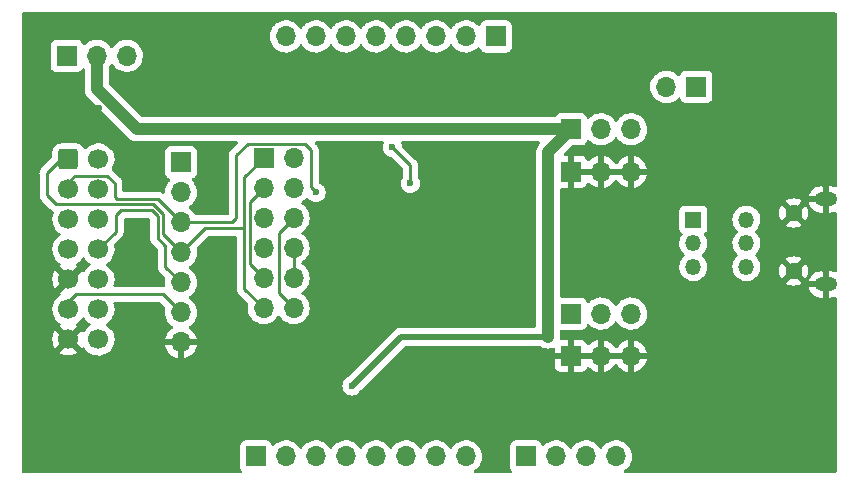
<source format=gbl>
G04 #@! TF.GenerationSoftware,KiCad,Pcbnew,(6.0.7)*
G04 #@! TF.CreationDate,2022-09-17T20:35:01+02:00*
G04 #@! TF.ProjectId,SLAU335,534c4155-3333-4352-9e6b-696361645f70,rev?*
G04 #@! TF.SameCoordinates,Original*
G04 #@! TF.FileFunction,Copper,L2,Bot*
G04 #@! TF.FilePolarity,Positive*
%FSLAX46Y46*%
G04 Gerber Fmt 4.6, Leading zero omitted, Abs format (unit mm)*
G04 Created by KiCad (PCBNEW (6.0.7)) date 2022-09-17 20:35:01*
%MOMM*%
%LPD*%
G01*
G04 APERTURE LIST*
G04 Aperture macros list*
%AMRoundRect*
0 Rectangle with rounded corners*
0 $1 Rounding radius*
0 $2 $3 $4 $5 $6 $7 $8 $9 X,Y pos of 4 corners*
0 Add a 4 corners polygon primitive as box body*
4,1,4,$2,$3,$4,$5,$6,$7,$8,$9,$2,$3,0*
0 Add four circle primitives for the rounded corners*
1,1,$1+$1,$2,$3*
1,1,$1+$1,$4,$5*
1,1,$1+$1,$6,$7*
1,1,$1+$1,$8,$9*
0 Add four rect primitives between the rounded corners*
20,1,$1+$1,$2,$3,$4,$5,0*
20,1,$1+$1,$4,$5,$6,$7,0*
20,1,$1+$1,$6,$7,$8,$9,0*
20,1,$1+$1,$8,$9,$2,$3,0*%
G04 Aperture macros list end*
G04 #@! TA.AperFunction,ComponentPad*
%ADD10RoundRect,0.250000X-0.600000X-0.600000X0.600000X-0.600000X0.600000X0.600000X-0.600000X0.600000X0*%
G04 #@! TD*
G04 #@! TA.AperFunction,ComponentPad*
%ADD11C,1.700000*%
G04 #@! TD*
G04 #@! TA.AperFunction,ComponentPad*
%ADD12R,1.700000X1.700000*%
G04 #@! TD*
G04 #@! TA.AperFunction,ComponentPad*
%ADD13O,1.700000X1.700000*%
G04 #@! TD*
G04 #@! TA.AperFunction,ComponentPad*
%ADD14C,1.450000*%
G04 #@! TD*
G04 #@! TA.AperFunction,ComponentPad*
%ADD15O,1.900000X1.200000*%
G04 #@! TD*
G04 #@! TA.AperFunction,ComponentPad*
%ADD16R,1.350000X1.350000*%
G04 #@! TD*
G04 #@! TA.AperFunction,ComponentPad*
%ADD17O,1.350000X1.350000*%
G04 #@! TD*
G04 #@! TA.AperFunction,ViaPad*
%ADD18C,0.600000*%
G04 #@! TD*
G04 #@! TA.AperFunction,ViaPad*
%ADD19C,0.800000*%
G04 #@! TD*
G04 #@! TA.AperFunction,ViaPad*
%ADD20C,1.000000*%
G04 #@! TD*
G04 #@! TA.AperFunction,Conductor*
%ADD21C,0.254000*%
G04 #@! TD*
G04 #@! TA.AperFunction,Conductor*
%ADD22C,1.000000*%
G04 #@! TD*
G04 #@! TA.AperFunction,Conductor*
%ADD23C,0.508000*%
G04 #@! TD*
G04 APERTURE END LIST*
D10*
X112445000Y-95950000D03*
D11*
X114985000Y-95950000D03*
X112445000Y-98490000D03*
X114985000Y-98490000D03*
X112445000Y-101030000D03*
X114985000Y-101030000D03*
X112445000Y-103570000D03*
X114985000Y-103570000D03*
X112445000Y-106110000D03*
X114985000Y-106110000D03*
X112445000Y-108650000D03*
X114985000Y-108650000D03*
X112445000Y-111190000D03*
X114985000Y-111190000D03*
D12*
X128320000Y-121100000D03*
D13*
X130860000Y-121100000D03*
X133400000Y-121100000D03*
X135940000Y-121100000D03*
X138480000Y-121100000D03*
X141020000Y-121100000D03*
X143560000Y-121100000D03*
X146100000Y-121100000D03*
D12*
X148640000Y-85540000D03*
D13*
X146100000Y-85540000D03*
X143560000Y-85540000D03*
X141020000Y-85540000D03*
X138480000Y-85540000D03*
X135940000Y-85540000D03*
X133400000Y-85540000D03*
X130860000Y-85540000D03*
D12*
X121970000Y-96203000D03*
D13*
X121970000Y-98743000D03*
X121970000Y-101283000D03*
X121970000Y-103823000D03*
X121970000Y-106363000D03*
X121970000Y-108903000D03*
X121970000Y-111443000D03*
D12*
X165600000Y-89800000D03*
D13*
X163060000Y-89800000D03*
D12*
X151180000Y-121100000D03*
D13*
X153720000Y-121100000D03*
X156260000Y-121100000D03*
X158800000Y-121100000D03*
D12*
X155000000Y-93400000D03*
D13*
X157540000Y-93400000D03*
X160080000Y-93400000D03*
D12*
X155000000Y-97000000D03*
D13*
X157540000Y-97000000D03*
X160080000Y-97000000D03*
D12*
X155000000Y-112600000D03*
D13*
X157540000Y-112600000D03*
X160080000Y-112600000D03*
D12*
X155000000Y-109000000D03*
D13*
X157540000Y-109000000D03*
X160080000Y-109000000D03*
D14*
X173846000Y-100489000D03*
D15*
X176546000Y-99339000D03*
X176546000Y-106539000D03*
D14*
X173846000Y-105389000D03*
D12*
X112300000Y-87180000D03*
D13*
X114840000Y-87180000D03*
X117380000Y-87180000D03*
D16*
X165350000Y-101050000D03*
D17*
X165350000Y-103050000D03*
X165350000Y-105050000D03*
X169850000Y-101050000D03*
X169850000Y-103050000D03*
X169850000Y-105050000D03*
D12*
X128969200Y-95827000D03*
D13*
X131509200Y-95827000D03*
X128969200Y-98367000D03*
X131509200Y-98367000D03*
X128969200Y-100907000D03*
X131509200Y-100907000D03*
X128969200Y-103447000D03*
X131509200Y-103447000D03*
X128969200Y-105987000D03*
X131509200Y-105987000D03*
X128969200Y-108527000D03*
X131509200Y-108527000D03*
D18*
X140131000Y-89985000D03*
X115010400Y-91585200D03*
X124713200Y-98748000D03*
X118414000Y-104437600D03*
X123646400Y-91382000D03*
X136448000Y-115131000D03*
D19*
X134938000Y-93400000D03*
D20*
X153050000Y-105900000D03*
D18*
X133409129Y-98738871D03*
X141401000Y-97986000D03*
X139877000Y-94938000D03*
D21*
X130237750Y-102178450D02*
X130237750Y-107255550D01*
X131509200Y-100907000D02*
X130237750Y-102178450D01*
X130237750Y-107255550D02*
X131509200Y-108527000D01*
X131509200Y-103447000D02*
X131509200Y-105987000D01*
D22*
X118239414Y-93400000D02*
X114840000Y-90000586D01*
X153050000Y-105900000D02*
X153050000Y-95350000D01*
D23*
X140629400Y-110949600D02*
X136448000Y-115131000D01*
D22*
X134938000Y-93400000D02*
X118239414Y-93400000D01*
X153050000Y-105900000D02*
X153050000Y-110949600D01*
X155000000Y-93400000D02*
X134938000Y-93400000D01*
X153050000Y-95350000D02*
X155000000Y-93400000D01*
X114840000Y-90000586D02*
X114840000Y-87180000D01*
D23*
X153050000Y-110949600D02*
X140629400Y-110949600D01*
D21*
X112445000Y-97855000D02*
X112987000Y-97313000D01*
X132993600Y-98323342D02*
X133409129Y-98738871D01*
X116382000Y-97986000D02*
X116382000Y-99103600D01*
X132993600Y-97198600D02*
X132993600Y-97325600D01*
X119997000Y-99310000D02*
X121970000Y-101283000D01*
X112987000Y-97313000D02*
X115709000Y-97313000D01*
X116382000Y-99103600D02*
X116588400Y-99310000D01*
X127609099Y-94650000D02*
X126669000Y-95590099D01*
X116588400Y-99310000D02*
X119997000Y-99310000D01*
X115709000Y-97313000D02*
X116382000Y-97986000D01*
X132993600Y-95192000D02*
X132451600Y-94650000D01*
X126669000Y-100907000D02*
X126293000Y-101283000D01*
X112445000Y-98490000D02*
X112445000Y-97855000D01*
X132451600Y-94650000D02*
X127609099Y-94650000D01*
X126293000Y-101283000D02*
X121970000Y-101283000D01*
X132993600Y-96944600D02*
X132993600Y-97198600D01*
X132993600Y-97325600D02*
X132993600Y-98323342D01*
X126669000Y-95590099D02*
X126669000Y-100907000D01*
X132993600Y-96766800D02*
X132993600Y-96944600D01*
X132993600Y-96766800D02*
X132993600Y-95192000D01*
X116890000Y-100272000D02*
X119499148Y-100272000D01*
X114985000Y-103570000D02*
X116483600Y-102071400D01*
X120651700Y-103271700D02*
X120651700Y-105044700D01*
X119499148Y-100272000D02*
X119992000Y-100764852D01*
X116483600Y-100678400D02*
X116890000Y-100272000D01*
X119992000Y-100764852D02*
X119992000Y-102612000D01*
X116483600Y-102071400D02*
X116483600Y-100678400D01*
X120651700Y-105044700D02*
X121970000Y-106363000D01*
X119992000Y-102612000D02*
X120651700Y-103271700D01*
X120445550Y-107378550D02*
X121970000Y-108903000D01*
X113081450Y-107378550D02*
X120445550Y-107378550D01*
X112445000Y-108650000D02*
X112445000Y-108015000D01*
X112445000Y-108015000D02*
X113081450Y-107378550D01*
X128969200Y-98367000D02*
X127792200Y-99544000D01*
X127792200Y-104810000D02*
X128969200Y-105987000D01*
X127792200Y-99544000D02*
X127792200Y-104810000D01*
X127338200Y-97458000D02*
X127338200Y-101779400D01*
X110633000Y-97127000D02*
X110633000Y-98977530D01*
X128969200Y-95827000D02*
X127338200Y-97458000D01*
X112445000Y-95950000D02*
X111810000Y-95950000D01*
X127338200Y-106896000D02*
X128969200Y-108527000D01*
X120446000Y-100576800D02*
X120446000Y-102304000D01*
X111810000Y-95950000D02*
X110633000Y-97127000D01*
X120451000Y-102304000D02*
X121970000Y-103823000D01*
X119633200Y-99764000D02*
X120446000Y-100576800D01*
X124013600Y-101779400D02*
X127338200Y-101779400D01*
X110633000Y-98977530D02*
X111419470Y-99764000D01*
X121970000Y-103823000D02*
X124013600Y-101779400D01*
X111419470Y-99764000D02*
X119633200Y-99764000D01*
X120446000Y-102304000D02*
X120451000Y-102304000D01*
X127338200Y-101779400D02*
X127338200Y-106896000D01*
X139877000Y-94938000D02*
X141401000Y-96462000D01*
X141401000Y-96462000D02*
X141401000Y-97986000D01*
G04 #@! TA.AperFunction,Conductor*
G36*
X177433621Y-83528502D02*
G01*
X177480114Y-83582158D01*
X177491500Y-83634500D01*
X177491500Y-98197762D01*
X177471498Y-98265883D01*
X177417842Y-98312376D01*
X177347568Y-98322480D01*
X177318401Y-98314628D01*
X177217685Y-98274038D01*
X177206230Y-98270645D01*
X177009072Y-98232143D01*
X177000209Y-98231066D01*
X176997500Y-98231000D01*
X176818115Y-98231000D01*
X176802876Y-98235475D01*
X176801671Y-98236865D01*
X176800000Y-98244548D01*
X176800000Y-100428885D01*
X176804475Y-100444124D01*
X176805865Y-100445329D01*
X176813548Y-100447000D01*
X176945832Y-100447000D01*
X176951808Y-100446715D01*
X177100494Y-100432529D01*
X177112228Y-100430270D01*
X177303598Y-100374129D01*
X177318708Y-100368085D01*
X177389385Y-100361359D01*
X177452479Y-100393911D01*
X177487958Y-100455407D01*
X177491500Y-100485074D01*
X177491500Y-105397762D01*
X177471498Y-105465883D01*
X177417842Y-105512376D01*
X177347568Y-105522480D01*
X177318401Y-105514628D01*
X177217685Y-105474038D01*
X177206230Y-105470645D01*
X177009072Y-105432143D01*
X177000209Y-105431066D01*
X176997500Y-105431000D01*
X176818115Y-105431000D01*
X176802876Y-105435475D01*
X176801671Y-105436865D01*
X176800000Y-105444548D01*
X176800000Y-107628885D01*
X176804475Y-107644124D01*
X176805865Y-107645329D01*
X176813548Y-107647000D01*
X176945832Y-107647000D01*
X176951808Y-107646715D01*
X177100494Y-107632529D01*
X177112228Y-107630270D01*
X177303598Y-107574129D01*
X177318708Y-107568085D01*
X177389385Y-107561359D01*
X177452479Y-107593911D01*
X177487958Y-107655407D01*
X177491500Y-107685074D01*
X177491500Y-122365500D01*
X177471498Y-122433621D01*
X177417842Y-122480114D01*
X177365500Y-122491500D01*
X159582343Y-122491500D01*
X159514222Y-122471498D01*
X159467729Y-122417842D01*
X159457625Y-122347568D01*
X159487119Y-122282988D01*
X159509175Y-122262921D01*
X159675656Y-122144172D01*
X159675659Y-122144170D01*
X159679860Y-122141173D01*
X159838096Y-121983489D01*
X159968453Y-121802077D01*
X159989320Y-121759857D01*
X160065136Y-121606453D01*
X160065137Y-121606451D01*
X160067430Y-121601811D01*
X160132370Y-121388069D01*
X160161529Y-121166590D01*
X160163156Y-121100000D01*
X160144852Y-120877361D01*
X160090431Y-120660702D01*
X160001354Y-120455840D01*
X159880014Y-120268277D01*
X159729670Y-120103051D01*
X159725619Y-120099852D01*
X159725615Y-120099848D01*
X159558414Y-119967800D01*
X159558410Y-119967798D01*
X159554359Y-119964598D01*
X159358789Y-119856638D01*
X159353920Y-119854914D01*
X159353916Y-119854912D01*
X159153087Y-119783795D01*
X159153083Y-119783794D01*
X159148212Y-119782069D01*
X159143119Y-119781162D01*
X159143116Y-119781161D01*
X158933373Y-119743800D01*
X158933367Y-119743799D01*
X158928284Y-119742894D01*
X158854452Y-119741992D01*
X158710081Y-119740228D01*
X158710079Y-119740228D01*
X158704911Y-119740165D01*
X158484091Y-119773955D01*
X158271756Y-119843357D01*
X158073607Y-119946507D01*
X158069474Y-119949610D01*
X158069471Y-119949612D01*
X157899100Y-120077530D01*
X157894965Y-120080635D01*
X157891393Y-120084373D01*
X157783729Y-120197037D01*
X157740629Y-120242138D01*
X157633201Y-120399621D01*
X157578293Y-120444621D01*
X157507768Y-120452792D01*
X157444021Y-120421538D01*
X157423324Y-120397054D01*
X157342822Y-120272617D01*
X157342820Y-120272614D01*
X157340014Y-120268277D01*
X157189670Y-120103051D01*
X157185619Y-120099852D01*
X157185615Y-120099848D01*
X157018414Y-119967800D01*
X157018410Y-119967798D01*
X157014359Y-119964598D01*
X156818789Y-119856638D01*
X156813920Y-119854914D01*
X156813916Y-119854912D01*
X156613087Y-119783795D01*
X156613083Y-119783794D01*
X156608212Y-119782069D01*
X156603119Y-119781162D01*
X156603116Y-119781161D01*
X156393373Y-119743800D01*
X156393367Y-119743799D01*
X156388284Y-119742894D01*
X156314452Y-119741992D01*
X156170081Y-119740228D01*
X156170079Y-119740228D01*
X156164911Y-119740165D01*
X155944091Y-119773955D01*
X155731756Y-119843357D01*
X155533607Y-119946507D01*
X155529474Y-119949610D01*
X155529471Y-119949612D01*
X155359100Y-120077530D01*
X155354965Y-120080635D01*
X155351393Y-120084373D01*
X155243729Y-120197037D01*
X155200629Y-120242138D01*
X155093201Y-120399621D01*
X155038293Y-120444621D01*
X154967768Y-120452792D01*
X154904021Y-120421538D01*
X154883324Y-120397054D01*
X154802822Y-120272617D01*
X154802820Y-120272614D01*
X154800014Y-120268277D01*
X154649670Y-120103051D01*
X154645619Y-120099852D01*
X154645615Y-120099848D01*
X154478414Y-119967800D01*
X154478410Y-119967798D01*
X154474359Y-119964598D01*
X154278789Y-119856638D01*
X154273920Y-119854914D01*
X154273916Y-119854912D01*
X154073087Y-119783795D01*
X154073083Y-119783794D01*
X154068212Y-119782069D01*
X154063119Y-119781162D01*
X154063116Y-119781161D01*
X153853373Y-119743800D01*
X153853367Y-119743799D01*
X153848284Y-119742894D01*
X153774452Y-119741992D01*
X153630081Y-119740228D01*
X153630079Y-119740228D01*
X153624911Y-119740165D01*
X153404091Y-119773955D01*
X153191756Y-119843357D01*
X152993607Y-119946507D01*
X152989474Y-119949610D01*
X152989471Y-119949612D01*
X152819100Y-120077530D01*
X152814965Y-120080635D01*
X152758537Y-120139684D01*
X152734283Y-120165064D01*
X152672759Y-120200494D01*
X152601846Y-120197037D01*
X152544060Y-120155791D01*
X152525207Y-120122243D01*
X152483767Y-120011703D01*
X152480615Y-120003295D01*
X152393261Y-119886739D01*
X152276705Y-119799385D01*
X152140316Y-119748255D01*
X152078134Y-119741500D01*
X150281866Y-119741500D01*
X150219684Y-119748255D01*
X150083295Y-119799385D01*
X149966739Y-119886739D01*
X149879385Y-120003295D01*
X149828255Y-120139684D01*
X149821500Y-120201866D01*
X149821500Y-121998134D01*
X149828255Y-122060316D01*
X149879385Y-122196705D01*
X149896276Y-122219242D01*
X149949257Y-122289935D01*
X149974105Y-122356441D01*
X149959052Y-122425824D01*
X149908878Y-122476054D01*
X149848431Y-122491500D01*
X146882343Y-122491500D01*
X146814222Y-122471498D01*
X146767729Y-122417842D01*
X146757625Y-122347568D01*
X146787119Y-122282988D01*
X146809175Y-122262921D01*
X146975656Y-122144172D01*
X146975659Y-122144170D01*
X146979860Y-122141173D01*
X147138096Y-121983489D01*
X147268453Y-121802077D01*
X147289320Y-121759857D01*
X147365136Y-121606453D01*
X147365137Y-121606451D01*
X147367430Y-121601811D01*
X147432370Y-121388069D01*
X147461529Y-121166590D01*
X147463156Y-121100000D01*
X147444852Y-120877361D01*
X147390431Y-120660702D01*
X147301354Y-120455840D01*
X147180014Y-120268277D01*
X147029670Y-120103051D01*
X147025619Y-120099852D01*
X147025615Y-120099848D01*
X146858414Y-119967800D01*
X146858410Y-119967798D01*
X146854359Y-119964598D01*
X146658789Y-119856638D01*
X146653920Y-119854914D01*
X146653916Y-119854912D01*
X146453087Y-119783795D01*
X146453083Y-119783794D01*
X146448212Y-119782069D01*
X146443119Y-119781162D01*
X146443116Y-119781161D01*
X146233373Y-119743800D01*
X146233367Y-119743799D01*
X146228284Y-119742894D01*
X146154452Y-119741992D01*
X146010081Y-119740228D01*
X146010079Y-119740228D01*
X146004911Y-119740165D01*
X145784091Y-119773955D01*
X145571756Y-119843357D01*
X145373607Y-119946507D01*
X145369474Y-119949610D01*
X145369471Y-119949612D01*
X145199100Y-120077530D01*
X145194965Y-120080635D01*
X145191393Y-120084373D01*
X145083729Y-120197037D01*
X145040629Y-120242138D01*
X144933201Y-120399621D01*
X144878293Y-120444621D01*
X144807768Y-120452792D01*
X144744021Y-120421538D01*
X144723324Y-120397054D01*
X144642822Y-120272617D01*
X144642820Y-120272614D01*
X144640014Y-120268277D01*
X144489670Y-120103051D01*
X144485619Y-120099852D01*
X144485615Y-120099848D01*
X144318414Y-119967800D01*
X144318410Y-119967798D01*
X144314359Y-119964598D01*
X144118789Y-119856638D01*
X144113920Y-119854914D01*
X144113916Y-119854912D01*
X143913087Y-119783795D01*
X143913083Y-119783794D01*
X143908212Y-119782069D01*
X143903119Y-119781162D01*
X143903116Y-119781161D01*
X143693373Y-119743800D01*
X143693367Y-119743799D01*
X143688284Y-119742894D01*
X143614452Y-119741992D01*
X143470081Y-119740228D01*
X143470079Y-119740228D01*
X143464911Y-119740165D01*
X143244091Y-119773955D01*
X143031756Y-119843357D01*
X142833607Y-119946507D01*
X142829474Y-119949610D01*
X142829471Y-119949612D01*
X142659100Y-120077530D01*
X142654965Y-120080635D01*
X142651393Y-120084373D01*
X142543729Y-120197037D01*
X142500629Y-120242138D01*
X142393201Y-120399621D01*
X142338293Y-120444621D01*
X142267768Y-120452792D01*
X142204021Y-120421538D01*
X142183324Y-120397054D01*
X142102822Y-120272617D01*
X142102820Y-120272614D01*
X142100014Y-120268277D01*
X141949670Y-120103051D01*
X141945619Y-120099852D01*
X141945615Y-120099848D01*
X141778414Y-119967800D01*
X141778410Y-119967798D01*
X141774359Y-119964598D01*
X141578789Y-119856638D01*
X141573920Y-119854914D01*
X141573916Y-119854912D01*
X141373087Y-119783795D01*
X141373083Y-119783794D01*
X141368212Y-119782069D01*
X141363119Y-119781162D01*
X141363116Y-119781161D01*
X141153373Y-119743800D01*
X141153367Y-119743799D01*
X141148284Y-119742894D01*
X141074452Y-119741992D01*
X140930081Y-119740228D01*
X140930079Y-119740228D01*
X140924911Y-119740165D01*
X140704091Y-119773955D01*
X140491756Y-119843357D01*
X140293607Y-119946507D01*
X140289474Y-119949610D01*
X140289471Y-119949612D01*
X140119100Y-120077530D01*
X140114965Y-120080635D01*
X140111393Y-120084373D01*
X140003729Y-120197037D01*
X139960629Y-120242138D01*
X139853201Y-120399621D01*
X139798293Y-120444621D01*
X139727768Y-120452792D01*
X139664021Y-120421538D01*
X139643324Y-120397054D01*
X139562822Y-120272617D01*
X139562820Y-120272614D01*
X139560014Y-120268277D01*
X139409670Y-120103051D01*
X139405619Y-120099852D01*
X139405615Y-120099848D01*
X139238414Y-119967800D01*
X139238410Y-119967798D01*
X139234359Y-119964598D01*
X139038789Y-119856638D01*
X139033920Y-119854914D01*
X139033916Y-119854912D01*
X138833087Y-119783795D01*
X138833083Y-119783794D01*
X138828212Y-119782069D01*
X138823119Y-119781162D01*
X138823116Y-119781161D01*
X138613373Y-119743800D01*
X138613367Y-119743799D01*
X138608284Y-119742894D01*
X138534452Y-119741992D01*
X138390081Y-119740228D01*
X138390079Y-119740228D01*
X138384911Y-119740165D01*
X138164091Y-119773955D01*
X137951756Y-119843357D01*
X137753607Y-119946507D01*
X137749474Y-119949610D01*
X137749471Y-119949612D01*
X137579100Y-120077530D01*
X137574965Y-120080635D01*
X137571393Y-120084373D01*
X137463729Y-120197037D01*
X137420629Y-120242138D01*
X137313201Y-120399621D01*
X137258293Y-120444621D01*
X137187768Y-120452792D01*
X137124021Y-120421538D01*
X137103324Y-120397054D01*
X137022822Y-120272617D01*
X137022820Y-120272614D01*
X137020014Y-120268277D01*
X136869670Y-120103051D01*
X136865619Y-120099852D01*
X136865615Y-120099848D01*
X136698414Y-119967800D01*
X136698410Y-119967798D01*
X136694359Y-119964598D01*
X136498789Y-119856638D01*
X136493920Y-119854914D01*
X136493916Y-119854912D01*
X136293087Y-119783795D01*
X136293083Y-119783794D01*
X136288212Y-119782069D01*
X136283119Y-119781162D01*
X136283116Y-119781161D01*
X136073373Y-119743800D01*
X136073367Y-119743799D01*
X136068284Y-119742894D01*
X135994452Y-119741992D01*
X135850081Y-119740228D01*
X135850079Y-119740228D01*
X135844911Y-119740165D01*
X135624091Y-119773955D01*
X135411756Y-119843357D01*
X135213607Y-119946507D01*
X135209474Y-119949610D01*
X135209471Y-119949612D01*
X135039100Y-120077530D01*
X135034965Y-120080635D01*
X135031393Y-120084373D01*
X134923729Y-120197037D01*
X134880629Y-120242138D01*
X134773201Y-120399621D01*
X134718293Y-120444621D01*
X134647768Y-120452792D01*
X134584021Y-120421538D01*
X134563324Y-120397054D01*
X134482822Y-120272617D01*
X134482820Y-120272614D01*
X134480014Y-120268277D01*
X134329670Y-120103051D01*
X134325619Y-120099852D01*
X134325615Y-120099848D01*
X134158414Y-119967800D01*
X134158410Y-119967798D01*
X134154359Y-119964598D01*
X133958789Y-119856638D01*
X133953920Y-119854914D01*
X133953916Y-119854912D01*
X133753087Y-119783795D01*
X133753083Y-119783794D01*
X133748212Y-119782069D01*
X133743119Y-119781162D01*
X133743116Y-119781161D01*
X133533373Y-119743800D01*
X133533367Y-119743799D01*
X133528284Y-119742894D01*
X133454452Y-119741992D01*
X133310081Y-119740228D01*
X133310079Y-119740228D01*
X133304911Y-119740165D01*
X133084091Y-119773955D01*
X132871756Y-119843357D01*
X132673607Y-119946507D01*
X132669474Y-119949610D01*
X132669471Y-119949612D01*
X132499100Y-120077530D01*
X132494965Y-120080635D01*
X132491393Y-120084373D01*
X132383729Y-120197037D01*
X132340629Y-120242138D01*
X132233201Y-120399621D01*
X132178293Y-120444621D01*
X132107768Y-120452792D01*
X132044021Y-120421538D01*
X132023324Y-120397054D01*
X131942822Y-120272617D01*
X131942820Y-120272614D01*
X131940014Y-120268277D01*
X131789670Y-120103051D01*
X131785619Y-120099852D01*
X131785615Y-120099848D01*
X131618414Y-119967800D01*
X131618410Y-119967798D01*
X131614359Y-119964598D01*
X131418789Y-119856638D01*
X131413920Y-119854914D01*
X131413916Y-119854912D01*
X131213087Y-119783795D01*
X131213083Y-119783794D01*
X131208212Y-119782069D01*
X131203119Y-119781162D01*
X131203116Y-119781161D01*
X130993373Y-119743800D01*
X130993367Y-119743799D01*
X130988284Y-119742894D01*
X130914452Y-119741992D01*
X130770081Y-119740228D01*
X130770079Y-119740228D01*
X130764911Y-119740165D01*
X130544091Y-119773955D01*
X130331756Y-119843357D01*
X130133607Y-119946507D01*
X130129474Y-119949610D01*
X130129471Y-119949612D01*
X129959100Y-120077530D01*
X129954965Y-120080635D01*
X129898537Y-120139684D01*
X129874283Y-120165064D01*
X129812759Y-120200494D01*
X129741846Y-120197037D01*
X129684060Y-120155791D01*
X129665207Y-120122243D01*
X129623767Y-120011703D01*
X129620615Y-120003295D01*
X129533261Y-119886739D01*
X129416705Y-119799385D01*
X129280316Y-119748255D01*
X129218134Y-119741500D01*
X127421866Y-119741500D01*
X127359684Y-119748255D01*
X127223295Y-119799385D01*
X127106739Y-119886739D01*
X127019385Y-120003295D01*
X126968255Y-120139684D01*
X126961500Y-120201866D01*
X126961500Y-121998134D01*
X126968255Y-122060316D01*
X127019385Y-122196705D01*
X127036276Y-122219242D01*
X127089257Y-122289935D01*
X127114105Y-122356441D01*
X127099052Y-122425824D01*
X127048878Y-122476054D01*
X126988431Y-122491500D01*
X108634500Y-122491500D01*
X108566379Y-122471498D01*
X108519886Y-122417842D01*
X108508500Y-122365500D01*
X108508500Y-112314853D01*
X111684977Y-112314853D01*
X111690258Y-112321907D01*
X111851756Y-112416279D01*
X111861042Y-112420729D01*
X112060001Y-112496703D01*
X112069899Y-112499579D01*
X112278595Y-112542038D01*
X112288823Y-112543257D01*
X112501650Y-112551062D01*
X112511936Y-112550595D01*
X112723185Y-112523534D01*
X112733262Y-112521392D01*
X112937255Y-112460191D01*
X112946842Y-112456433D01*
X113138098Y-112362738D01*
X113146944Y-112357465D01*
X113194247Y-112323723D01*
X113202648Y-112313023D01*
X113195660Y-112299870D01*
X112457812Y-111562022D01*
X112443868Y-111554408D01*
X112442035Y-111554539D01*
X112435420Y-111558790D01*
X111691737Y-112302473D01*
X111684977Y-112314853D01*
X108508500Y-112314853D01*
X108508500Y-111161863D01*
X111083050Y-111161863D01*
X111095309Y-111374477D01*
X111096745Y-111384697D01*
X111143565Y-111592446D01*
X111146645Y-111602275D01*
X111226770Y-111799603D01*
X111231413Y-111808794D01*
X111311460Y-111939420D01*
X111321916Y-111948880D01*
X111330694Y-111945096D01*
X112072978Y-111202812D01*
X112080592Y-111188868D01*
X112080461Y-111187035D01*
X112076210Y-111180420D01*
X111334849Y-110439059D01*
X111323313Y-110432759D01*
X111311031Y-110442382D01*
X111263089Y-110512662D01*
X111258004Y-110521613D01*
X111168338Y-110714783D01*
X111164775Y-110724470D01*
X111107864Y-110929681D01*
X111105933Y-110939800D01*
X111083302Y-111151574D01*
X111083050Y-111161863D01*
X108508500Y-111161863D01*
X108508500Y-106081863D01*
X111083050Y-106081863D01*
X111095309Y-106294477D01*
X111096745Y-106304697D01*
X111143565Y-106512446D01*
X111146645Y-106522275D01*
X111226770Y-106719603D01*
X111231413Y-106728794D01*
X111311460Y-106859420D01*
X111321916Y-106868880D01*
X111330694Y-106865096D01*
X112072978Y-106122812D01*
X112080592Y-106108868D01*
X112080461Y-106107035D01*
X112076210Y-106100420D01*
X111334849Y-105359059D01*
X111323313Y-105352759D01*
X111311031Y-105362382D01*
X111263089Y-105432662D01*
X111258004Y-105441613D01*
X111168338Y-105634783D01*
X111164775Y-105644470D01*
X111107864Y-105849681D01*
X111105933Y-105859800D01*
X111083302Y-106071574D01*
X111083050Y-106081863D01*
X108508500Y-106081863D01*
X108508500Y-97106879D01*
X109992765Y-97106879D01*
X109993511Y-97114771D01*
X109996941Y-97151056D01*
X109997500Y-97162914D01*
X109997500Y-98898510D01*
X109996970Y-98909744D01*
X109995292Y-98917249D01*
X109995541Y-98925168D01*
X109997438Y-98985542D01*
X109997500Y-98989499D01*
X109997500Y-99017513D01*
X109997996Y-99021438D01*
X109997996Y-99021439D01*
X109998008Y-99021534D01*
X109998941Y-99033379D01*
X110000335Y-99077735D01*
X110002547Y-99085347D01*
X110006013Y-99097278D01*
X110010023Y-99116642D01*
X110012573Y-99136829D01*
X110015489Y-99144193D01*
X110015490Y-99144198D01*
X110028907Y-99178086D01*
X110032752Y-99189315D01*
X110045131Y-99231923D01*
X110049169Y-99238750D01*
X110049170Y-99238753D01*
X110055488Y-99249436D01*
X110064188Y-99267194D01*
X110068761Y-99278745D01*
X110068765Y-99278751D01*
X110071681Y-99286118D01*
X110076339Y-99292529D01*
X110076340Y-99292531D01*
X110097764Y-99322018D01*
X110104281Y-99331940D01*
X110122826Y-99363298D01*
X110122829Y-99363302D01*
X110126866Y-99370128D01*
X110141250Y-99384512D01*
X110154091Y-99399546D01*
X110166058Y-99416017D01*
X110195578Y-99440438D01*
X110200250Y-99444303D01*
X110209031Y-99452293D01*
X110914225Y-100157488D01*
X110921795Y-100165807D01*
X110925917Y-100172303D01*
X110931695Y-100177729D01*
X110931696Y-100177730D01*
X110975735Y-100219085D01*
X110978577Y-100221840D01*
X110998376Y-100241639D01*
X111001507Y-100244068D01*
X111001512Y-100244072D01*
X111001598Y-100244139D01*
X111010623Y-100251847D01*
X111024293Y-100264684D01*
X111042964Y-100282217D01*
X111049909Y-100286035D01*
X111049913Y-100286038D01*
X111060804Y-100292026D01*
X111077325Y-100302878D01*
X111093404Y-100315350D01*
X111100677Y-100318497D01*
X111129189Y-100330835D01*
X111183764Y-100376246D01*
X111205125Y-100443953D01*
X111193438Y-100499523D01*
X111165688Y-100559305D01*
X111105989Y-100774570D01*
X111082251Y-100996695D01*
X111082548Y-101001848D01*
X111082548Y-101001851D01*
X111083863Y-101024653D01*
X111095110Y-101219715D01*
X111096247Y-101224761D01*
X111096248Y-101224767D01*
X111100027Y-101241534D01*
X111144222Y-101437639D01*
X111185168Y-101538478D01*
X111211952Y-101604438D01*
X111228266Y-101644616D01*
X111266177Y-101706482D01*
X111342291Y-101830688D01*
X111344987Y-101835088D01*
X111491250Y-102003938D01*
X111663126Y-102146632D01*
X111683143Y-102158329D01*
X111736445Y-102189476D01*
X111785169Y-102241114D01*
X111798240Y-102310897D01*
X111771509Y-102376669D01*
X111731055Y-102410027D01*
X111718607Y-102416507D01*
X111714474Y-102419610D01*
X111714471Y-102419612D01*
X111544100Y-102547530D01*
X111539965Y-102550635D01*
X111536393Y-102554373D01*
X111443115Y-102651983D01*
X111385629Y-102712138D01*
X111259743Y-102896680D01*
X111227376Y-102966410D01*
X111171510Y-103086763D01*
X111165688Y-103099305D01*
X111105989Y-103314570D01*
X111082251Y-103536695D01*
X111082548Y-103541848D01*
X111082548Y-103541851D01*
X111088011Y-103636590D01*
X111095110Y-103759715D01*
X111096247Y-103764761D01*
X111096248Y-103764767D01*
X111110130Y-103826365D01*
X111144222Y-103977639D01*
X111205673Y-104128976D01*
X111211952Y-104144438D01*
X111228266Y-104184616D01*
X111268808Y-104250775D01*
X111342291Y-104370688D01*
X111344987Y-104375088D01*
X111491250Y-104543938D01*
X111663126Y-104686632D01*
X111701269Y-104708921D01*
X111736955Y-104729774D01*
X111785679Y-104781412D01*
X111798750Y-104851195D01*
X111772019Y-104916967D01*
X111731562Y-104950327D01*
X111723460Y-104954544D01*
X111714734Y-104960039D01*
X111694677Y-104975099D01*
X111686223Y-104986427D01*
X111692968Y-104998758D01*
X112432188Y-105737978D01*
X112446132Y-105745592D01*
X112447965Y-105745461D01*
X112454580Y-105741210D01*
X113198389Y-104997401D01*
X113205410Y-104984544D01*
X113198611Y-104975213D01*
X113194559Y-104972521D01*
X113157602Y-104952120D01*
X113107631Y-104901687D01*
X113092859Y-104832245D01*
X113117975Y-104765839D01*
X113145327Y-104739232D01*
X113186117Y-104710137D01*
X113324860Y-104611173D01*
X113483096Y-104453489D01*
X113515951Y-104407767D01*
X113613453Y-104272077D01*
X113614776Y-104273028D01*
X113661645Y-104229857D01*
X113731580Y-104217625D01*
X113797026Y-104245144D01*
X113824875Y-104276994D01*
X113884987Y-104375088D01*
X114031250Y-104543938D01*
X114203126Y-104686632D01*
X114241269Y-104708921D01*
X114276445Y-104729476D01*
X114325169Y-104781114D01*
X114338240Y-104850897D01*
X114311509Y-104916669D01*
X114271055Y-104950027D01*
X114258607Y-104956507D01*
X114254474Y-104959610D01*
X114254471Y-104959612D01*
X114093161Y-105080727D01*
X114079965Y-105090635D01*
X114076393Y-105094373D01*
X113932206Y-105245256D01*
X113925629Y-105252138D01*
X113852693Y-105359059D01*
X113817898Y-105410066D01*
X113762987Y-105455069D01*
X113692462Y-105463240D01*
X113628715Y-105431986D01*
X113608017Y-105407501D01*
X113578062Y-105361197D01*
X113567377Y-105351995D01*
X113557812Y-105356398D01*
X111691737Y-107222473D01*
X111684977Y-107234853D01*
X111690258Y-107241907D01*
X111736969Y-107269203D01*
X111785693Y-107320841D01*
X111798764Y-107390624D01*
X111772033Y-107456396D01*
X111731584Y-107489752D01*
X111718607Y-107496507D01*
X111714474Y-107499610D01*
X111714471Y-107499612D01*
X111575491Y-107603961D01*
X111539965Y-107630635D01*
X111489164Y-107683795D01*
X111395931Y-107781358D01*
X111385629Y-107792138D01*
X111259743Y-107976680D01*
X111233112Y-108034052D01*
X111180961Y-108146403D01*
X111165688Y-108179305D01*
X111105989Y-108394570D01*
X111082251Y-108616695D01*
X111082548Y-108621848D01*
X111082548Y-108621851D01*
X111088011Y-108716590D01*
X111095110Y-108839715D01*
X111096247Y-108844761D01*
X111096248Y-108844767D01*
X111101866Y-108869695D01*
X111144222Y-109057639D01*
X111202899Y-109202144D01*
X111211952Y-109224438D01*
X111228266Y-109264616D01*
X111266917Y-109327689D01*
X111342291Y-109450688D01*
X111344987Y-109455088D01*
X111491250Y-109623938D01*
X111663126Y-109766632D01*
X111703350Y-109790137D01*
X111736955Y-109809774D01*
X111785679Y-109861412D01*
X111798750Y-109931195D01*
X111772019Y-109996967D01*
X111731562Y-110030327D01*
X111723460Y-110034544D01*
X111714734Y-110040039D01*
X111694677Y-110055099D01*
X111686223Y-110066427D01*
X111692968Y-110078758D01*
X112432188Y-110817978D01*
X112446132Y-110825592D01*
X112447965Y-110825461D01*
X112454580Y-110821210D01*
X113198389Y-110077401D01*
X113205410Y-110064544D01*
X113198611Y-110055213D01*
X113194559Y-110052521D01*
X113157602Y-110032120D01*
X113107631Y-109981687D01*
X113092859Y-109912245D01*
X113117975Y-109845839D01*
X113145327Y-109819232D01*
X113197115Y-109782292D01*
X113324860Y-109691173D01*
X113368561Y-109647625D01*
X113445282Y-109571171D01*
X113483096Y-109533489D01*
X113504114Y-109504240D01*
X113613453Y-109352077D01*
X113614776Y-109353028D01*
X113661645Y-109309857D01*
X113731580Y-109297625D01*
X113797026Y-109325144D01*
X113824875Y-109356994D01*
X113884987Y-109455088D01*
X114031250Y-109623938D01*
X114203126Y-109766632D01*
X114243350Y-109790137D01*
X114276445Y-109809476D01*
X114325169Y-109861114D01*
X114338240Y-109930897D01*
X114311509Y-109996669D01*
X114271055Y-110030027D01*
X114258607Y-110036507D01*
X114254474Y-110039610D01*
X114254471Y-110039612D01*
X114084100Y-110167530D01*
X114079965Y-110170635D01*
X114051005Y-110200940D01*
X113947712Y-110309030D01*
X113925629Y-110332138D01*
X113922715Y-110336410D01*
X113922714Y-110336411D01*
X113905556Y-110361564D01*
X113852693Y-110439059D01*
X113817898Y-110490066D01*
X113762987Y-110535069D01*
X113692462Y-110543240D01*
X113628715Y-110511986D01*
X113608017Y-110487501D01*
X113578062Y-110441197D01*
X113567377Y-110431995D01*
X113557812Y-110436398D01*
X112817022Y-111177188D01*
X112809408Y-111191132D01*
X112809539Y-111192965D01*
X112813790Y-111199580D01*
X113555474Y-111941264D01*
X113567484Y-111947823D01*
X113579223Y-111938855D01*
X113613022Y-111891819D01*
X113614277Y-111892721D01*
X113661391Y-111849355D01*
X113731330Y-111837148D01*
X113796767Y-111864691D01*
X113824580Y-111896513D01*
X113882287Y-111990683D01*
X113882291Y-111990688D01*
X113884987Y-111995088D01*
X114031250Y-112163938D01*
X114203126Y-112306632D01*
X114396000Y-112419338D01*
X114604692Y-112499030D01*
X114609760Y-112500061D01*
X114609763Y-112500062D01*
X114714604Y-112521392D01*
X114823597Y-112543567D01*
X114828772Y-112543757D01*
X114828774Y-112543757D01*
X115041673Y-112551564D01*
X115041677Y-112551564D01*
X115046837Y-112551753D01*
X115051957Y-112551097D01*
X115051959Y-112551097D01*
X115263288Y-112524025D01*
X115263289Y-112524025D01*
X115268416Y-112523368D01*
X115273366Y-112521883D01*
X115477429Y-112460661D01*
X115477434Y-112460659D01*
X115482384Y-112459174D01*
X115682994Y-112360896D01*
X115864860Y-112231173D01*
X116023096Y-112073489D01*
X116116915Y-111942926D01*
X116150435Y-111896277D01*
X116153453Y-111892077D01*
X116156645Y-111885620D01*
X116242963Y-111710966D01*
X120638257Y-111710966D01*
X120668565Y-111845446D01*
X120671645Y-111855275D01*
X120751770Y-112052603D01*
X120756413Y-112061794D01*
X120867694Y-112243388D01*
X120873777Y-112251699D01*
X121013213Y-112412667D01*
X121020580Y-112419883D01*
X121184434Y-112555916D01*
X121192881Y-112561831D01*
X121376756Y-112669279D01*
X121386042Y-112673729D01*
X121585001Y-112749703D01*
X121594899Y-112752579D01*
X121698250Y-112773606D01*
X121712299Y-112772410D01*
X121716000Y-112762065D01*
X121716000Y-112761517D01*
X122224000Y-112761517D01*
X122228064Y-112775359D01*
X122241478Y-112777393D01*
X122248184Y-112776534D01*
X122258262Y-112774392D01*
X122462255Y-112713191D01*
X122471842Y-112709433D01*
X122663095Y-112615739D01*
X122671945Y-112610464D01*
X122845328Y-112486792D01*
X122853200Y-112480139D01*
X123004052Y-112329812D01*
X123010730Y-112321965D01*
X123135003Y-112149020D01*
X123140313Y-112140183D01*
X123234670Y-111949267D01*
X123238469Y-111939672D01*
X123300377Y-111735910D01*
X123302555Y-111725837D01*
X123303986Y-111714962D01*
X123301775Y-111700778D01*
X123288617Y-111697000D01*
X122242115Y-111697000D01*
X122226876Y-111701475D01*
X122225671Y-111702865D01*
X122224000Y-111710548D01*
X122224000Y-112761517D01*
X121716000Y-112761517D01*
X121716000Y-111715115D01*
X121711525Y-111699876D01*
X121710135Y-111698671D01*
X121702452Y-111697000D01*
X120653225Y-111697000D01*
X120639694Y-111700973D01*
X120638257Y-111710966D01*
X116242963Y-111710966D01*
X116250136Y-111696453D01*
X116250137Y-111696451D01*
X116252430Y-111691811D01*
X116294176Y-111554408D01*
X116315865Y-111483023D01*
X116315865Y-111483021D01*
X116317370Y-111478069D01*
X116346529Y-111256590D01*
X116346653Y-111251522D01*
X116348074Y-111193365D01*
X116348074Y-111193361D01*
X116348156Y-111190000D01*
X116329852Y-110967361D01*
X116275431Y-110750702D01*
X116186354Y-110545840D01*
X116102602Y-110416379D01*
X116067822Y-110362617D01*
X116067820Y-110362614D01*
X116065014Y-110358277D01*
X115914670Y-110193051D01*
X115910619Y-110189852D01*
X115910615Y-110189848D01*
X115743414Y-110057800D01*
X115743410Y-110057798D01*
X115739359Y-110054598D01*
X115698053Y-110031796D01*
X115648084Y-109981364D01*
X115633312Y-109911921D01*
X115658428Y-109845516D01*
X115685780Y-109818909D01*
X115737115Y-109782292D01*
X115864860Y-109691173D01*
X115908561Y-109647625D01*
X115985282Y-109571171D01*
X116023096Y-109533489D01*
X116044114Y-109504240D01*
X116150435Y-109356277D01*
X116153453Y-109352077D01*
X116171568Y-109315425D01*
X116250136Y-109156453D01*
X116250137Y-109156451D01*
X116252430Y-109151811D01*
X116294094Y-109014680D01*
X116315865Y-108943023D01*
X116315865Y-108943021D01*
X116317370Y-108938069D01*
X116346529Y-108716590D01*
X116348156Y-108650000D01*
X116329852Y-108427361D01*
X116290720Y-108271570D01*
X116276689Y-108215709D01*
X116276688Y-108215705D01*
X116275431Y-108210702D01*
X116273371Y-108205964D01*
X116266557Y-108190292D01*
X116257738Y-108119845D01*
X116288404Y-108055814D01*
X116348821Y-108018526D01*
X116382107Y-108014050D01*
X120130128Y-108014050D01*
X120198249Y-108034052D01*
X120219223Y-108050955D01*
X120619164Y-108450896D01*
X120653190Y-108513208D01*
X120651486Y-108573662D01*
X120630989Y-108647570D01*
X120630441Y-108652700D01*
X120630440Y-108652704D01*
X120626933Y-108685522D01*
X120607251Y-108869695D01*
X120607548Y-108874848D01*
X120607548Y-108874851D01*
X120618604Y-109066590D01*
X120620110Y-109092715D01*
X120621247Y-109097761D01*
X120621248Y-109097767D01*
X120633428Y-109151811D01*
X120669222Y-109310639D01*
X120709346Y-109409453D01*
X120747835Y-109504240D01*
X120753266Y-109517616D01*
X120804019Y-109600438D01*
X120865137Y-109700173D01*
X120869987Y-109708088D01*
X121016250Y-109876938D01*
X121188126Y-110019632D01*
X121244409Y-110052521D01*
X121261955Y-110062774D01*
X121310679Y-110114412D01*
X121323750Y-110184195D01*
X121297019Y-110249967D01*
X121256562Y-110283327D01*
X121248457Y-110287546D01*
X121239738Y-110293036D01*
X121069433Y-110420905D01*
X121061726Y-110427748D01*
X120914590Y-110581717D01*
X120908104Y-110589727D01*
X120788098Y-110765649D01*
X120783000Y-110774623D01*
X120693338Y-110967783D01*
X120689775Y-110977470D01*
X120634389Y-111177183D01*
X120635912Y-111185607D01*
X120648292Y-111189000D01*
X123288344Y-111189000D01*
X123301875Y-111185027D01*
X123303180Y-111175947D01*
X123261214Y-111008875D01*
X123257894Y-110999124D01*
X123172972Y-110803814D01*
X123168105Y-110794739D01*
X123052426Y-110615926D01*
X123046136Y-110607757D01*
X122902806Y-110450240D01*
X122895273Y-110443215D01*
X122728139Y-110311222D01*
X122719556Y-110305520D01*
X122682602Y-110285120D01*
X122632631Y-110234687D01*
X122617859Y-110165245D01*
X122642975Y-110098839D01*
X122670327Y-110072232D01*
X122729496Y-110030027D01*
X122849860Y-109944173D01*
X122862884Y-109931195D01*
X122957346Y-109837062D01*
X123008096Y-109786489D01*
X123024740Y-109763327D01*
X123135435Y-109609277D01*
X123138453Y-109605077D01*
X123155211Y-109571171D01*
X123235136Y-109409453D01*
X123235137Y-109409451D01*
X123237430Y-109404811D01*
X123302370Y-109191069D01*
X123331529Y-108969590D01*
X123332383Y-108934639D01*
X123333074Y-108906365D01*
X123333074Y-108906361D01*
X123333156Y-108903000D01*
X123314852Y-108680361D01*
X123260431Y-108463702D01*
X123171354Y-108258840D01*
X123123130Y-108184297D01*
X123052822Y-108075617D01*
X123052820Y-108075614D01*
X123050014Y-108071277D01*
X122899670Y-107906051D01*
X122895619Y-107902852D01*
X122895615Y-107902848D01*
X122728414Y-107770800D01*
X122728410Y-107770798D01*
X122724359Y-107767598D01*
X122683053Y-107744796D01*
X122633084Y-107694364D01*
X122618312Y-107624921D01*
X122643428Y-107558516D01*
X122670780Y-107531909D01*
X122729879Y-107489754D01*
X122849860Y-107404173D01*
X122863457Y-107390624D01*
X122944366Y-107309997D01*
X123008096Y-107246489D01*
X123011389Y-107241907D01*
X123135435Y-107069277D01*
X123138453Y-107065077D01*
X123155211Y-107031171D01*
X123235136Y-106869453D01*
X123235137Y-106869451D01*
X123237430Y-106864811D01*
X123302370Y-106651069D01*
X123331529Y-106429590D01*
X123331734Y-106421211D01*
X123333074Y-106366365D01*
X123333074Y-106366361D01*
X123333156Y-106363000D01*
X123314852Y-106140361D01*
X123260431Y-105923702D01*
X123171354Y-105718840D01*
X123123122Y-105644285D01*
X123052822Y-105535617D01*
X123052820Y-105535614D01*
X123050014Y-105531277D01*
X122899670Y-105366051D01*
X122895619Y-105362852D01*
X122895615Y-105362848D01*
X122728414Y-105230800D01*
X122728410Y-105230798D01*
X122724359Y-105227598D01*
X122683053Y-105204796D01*
X122633084Y-105154364D01*
X122618312Y-105084921D01*
X122643428Y-105018516D01*
X122670780Y-104991909D01*
X122729496Y-104950027D01*
X122849860Y-104864173D01*
X122862884Y-104851195D01*
X122970817Y-104743638D01*
X123008096Y-104706489D01*
X123024740Y-104683327D01*
X123135435Y-104529277D01*
X123138453Y-104525077D01*
X123155211Y-104491171D01*
X123235136Y-104329453D01*
X123235137Y-104329451D01*
X123237430Y-104324811D01*
X123302370Y-104111069D01*
X123331529Y-103889590D01*
X123332299Y-103858069D01*
X123333074Y-103826365D01*
X123333074Y-103826361D01*
X123333156Y-103823000D01*
X123314852Y-103600361D01*
X123287389Y-103491025D01*
X123290193Y-103420084D01*
X123320498Y-103371235D01*
X124239928Y-102451805D01*
X124302240Y-102417779D01*
X124329023Y-102414900D01*
X126576700Y-102414900D01*
X126644821Y-102434902D01*
X126691314Y-102488558D01*
X126702700Y-102540900D01*
X126702700Y-106816980D01*
X126702170Y-106828214D01*
X126700492Y-106835719D01*
X126701406Y-106864811D01*
X126702638Y-106904012D01*
X126702700Y-106907969D01*
X126702700Y-106935983D01*
X126703196Y-106939908D01*
X126703196Y-106939909D01*
X126703208Y-106940004D01*
X126704141Y-106951849D01*
X126705535Y-106996205D01*
X126707747Y-107003817D01*
X126711213Y-107015748D01*
X126715223Y-107035112D01*
X126717773Y-107055299D01*
X126720689Y-107062663D01*
X126720690Y-107062668D01*
X126734107Y-107096556D01*
X126737952Y-107107785D01*
X126750331Y-107150393D01*
X126754369Y-107157220D01*
X126754370Y-107157223D01*
X126760688Y-107167906D01*
X126769388Y-107185664D01*
X126773961Y-107197215D01*
X126773965Y-107197221D01*
X126776881Y-107204588D01*
X126781539Y-107210999D01*
X126781540Y-107211001D01*
X126802964Y-107240488D01*
X126809481Y-107250410D01*
X126828026Y-107281768D01*
X126828029Y-107281772D01*
X126832066Y-107288598D01*
X126846450Y-107302982D01*
X126859291Y-107318016D01*
X126871258Y-107334487D01*
X126877366Y-107339540D01*
X126905455Y-107362777D01*
X126914235Y-107370767D01*
X127618364Y-108074896D01*
X127652390Y-108137208D01*
X127650686Y-108197662D01*
X127630189Y-108271570D01*
X127629641Y-108276700D01*
X127629640Y-108276704D01*
X127622382Y-108344621D01*
X127606451Y-108493695D01*
X127606748Y-108498848D01*
X127606748Y-108498851D01*
X127612211Y-108593590D01*
X127619310Y-108716715D01*
X127620447Y-108721761D01*
X127620448Y-108721767D01*
X127631846Y-108772342D01*
X127668422Y-108934639D01*
X127706661Y-109028811D01*
X127732610Y-109092715D01*
X127752466Y-109141616D01*
X127803219Y-109224438D01*
X127866491Y-109327688D01*
X127869187Y-109332088D01*
X128015450Y-109500938D01*
X128187326Y-109643632D01*
X128380200Y-109756338D01*
X128588892Y-109836030D01*
X128593960Y-109837061D01*
X128593963Y-109837062D01*
X128637104Y-109845839D01*
X128807797Y-109880567D01*
X128812972Y-109880757D01*
X128812974Y-109880757D01*
X129025873Y-109888564D01*
X129025877Y-109888564D01*
X129031037Y-109888753D01*
X129036157Y-109888097D01*
X129036159Y-109888097D01*
X129247488Y-109861025D01*
X129247489Y-109861025D01*
X129252616Y-109860368D01*
X129257566Y-109858883D01*
X129461629Y-109797661D01*
X129461634Y-109797659D01*
X129466584Y-109796174D01*
X129667194Y-109697896D01*
X129849060Y-109568173D01*
X129883866Y-109533489D01*
X130003635Y-109414137D01*
X130007296Y-109410489D01*
X130052603Y-109347438D01*
X130137653Y-109229077D01*
X130138976Y-109230028D01*
X130185845Y-109186857D01*
X130255780Y-109174625D01*
X130321226Y-109202144D01*
X130349075Y-109233994D01*
X130409187Y-109332088D01*
X130555450Y-109500938D01*
X130727326Y-109643632D01*
X130920200Y-109756338D01*
X131128892Y-109836030D01*
X131133960Y-109837061D01*
X131133963Y-109837062D01*
X131177104Y-109845839D01*
X131347797Y-109880567D01*
X131352972Y-109880757D01*
X131352974Y-109880757D01*
X131565873Y-109888564D01*
X131565877Y-109888564D01*
X131571037Y-109888753D01*
X131576157Y-109888097D01*
X131576159Y-109888097D01*
X131787488Y-109861025D01*
X131787489Y-109861025D01*
X131792616Y-109860368D01*
X131797566Y-109858883D01*
X132001629Y-109797661D01*
X132001634Y-109797659D01*
X132006584Y-109796174D01*
X132207194Y-109697896D01*
X132389060Y-109568173D01*
X132423866Y-109533489D01*
X132543635Y-109414137D01*
X132547296Y-109410489D01*
X132592603Y-109347438D01*
X132674635Y-109233277D01*
X132677653Y-109229077D01*
X132698520Y-109186857D01*
X132774336Y-109033453D01*
X132774337Y-109033451D01*
X132776630Y-109028811D01*
X132841570Y-108815069D01*
X132870729Y-108593590D01*
X132872356Y-108527000D01*
X132854052Y-108304361D01*
X132799631Y-108087702D01*
X132710554Y-107882840D01*
X132649459Y-107788401D01*
X132592022Y-107699617D01*
X132592020Y-107699614D01*
X132589214Y-107695277D01*
X132438870Y-107530051D01*
X132434819Y-107526852D01*
X132434815Y-107526848D01*
X132267614Y-107394800D01*
X132267610Y-107394798D01*
X132263559Y-107391598D01*
X132222253Y-107368796D01*
X132172284Y-107318364D01*
X132157512Y-107248921D01*
X132182628Y-107182516D01*
X132209980Y-107155909D01*
X132285450Y-107102077D01*
X132389060Y-107028173D01*
X132401529Y-107015748D01*
X132543635Y-106874137D01*
X132547296Y-106870489D01*
X132601777Y-106794671D01*
X132674635Y-106693277D01*
X132677653Y-106689077D01*
X132691929Y-106660193D01*
X132774336Y-106493453D01*
X132774337Y-106493451D01*
X132776630Y-106488811D01*
X132834082Y-106299715D01*
X132840065Y-106280023D01*
X132840065Y-106280021D01*
X132841570Y-106275069D01*
X132870729Y-106053590D01*
X132872356Y-105987000D01*
X132854052Y-105764361D01*
X132799631Y-105547702D01*
X132710554Y-105342840D01*
X132620734Y-105203999D01*
X132592022Y-105159617D01*
X132592020Y-105159614D01*
X132589214Y-105155277D01*
X132438870Y-104990051D01*
X132434819Y-104986852D01*
X132434815Y-104986848D01*
X132267614Y-104854800D01*
X132267610Y-104854798D01*
X132263559Y-104851598D01*
X132222253Y-104828796D01*
X132172284Y-104778364D01*
X132157512Y-104708921D01*
X132182628Y-104642516D01*
X132209980Y-104615909D01*
X132253803Y-104584650D01*
X132389060Y-104488173D01*
X132423866Y-104453489D01*
X132543635Y-104334137D01*
X132547296Y-104330489D01*
X132592603Y-104267438D01*
X132674635Y-104153277D01*
X132677653Y-104149077D01*
X132704638Y-104094478D01*
X132774336Y-103953453D01*
X132774337Y-103953451D01*
X132776630Y-103948811D01*
X132841570Y-103735069D01*
X132870729Y-103513590D01*
X132871109Y-103498029D01*
X132872274Y-103450365D01*
X132872274Y-103450361D01*
X132872356Y-103447000D01*
X132854052Y-103224361D01*
X132799631Y-103007702D01*
X132710554Y-102802840D01*
X132623229Y-102667856D01*
X132592022Y-102619617D01*
X132592020Y-102619614D01*
X132589214Y-102615277D01*
X132438870Y-102450051D01*
X132434819Y-102446852D01*
X132434815Y-102446848D01*
X132267614Y-102314800D01*
X132267610Y-102314798D01*
X132263559Y-102311598D01*
X132222253Y-102288796D01*
X132172284Y-102238364D01*
X132157512Y-102168921D01*
X132182628Y-102102516D01*
X132209980Y-102075909D01*
X132283312Y-102023602D01*
X132389060Y-101948173D01*
X132423866Y-101913489D01*
X132506956Y-101830688D01*
X132547296Y-101790489D01*
X132595639Y-101723213D01*
X132674635Y-101613277D01*
X132677653Y-101609077D01*
X132715038Y-101533435D01*
X132774336Y-101413453D01*
X132774337Y-101413451D01*
X132776630Y-101408811D01*
X132841570Y-101195069D01*
X132870729Y-100973590D01*
X132872356Y-100907000D01*
X132854052Y-100684361D01*
X132799631Y-100467702D01*
X132710554Y-100262840D01*
X132621250Y-100124797D01*
X132592022Y-100079617D01*
X132592020Y-100079614D01*
X132589214Y-100075277D01*
X132438870Y-99910051D01*
X132434819Y-99906852D01*
X132434815Y-99906848D01*
X132267614Y-99774800D01*
X132267610Y-99774798D01*
X132263559Y-99771598D01*
X132222253Y-99748796D01*
X132172284Y-99698364D01*
X132157512Y-99628921D01*
X132182628Y-99562516D01*
X132209980Y-99535909D01*
X132253803Y-99504650D01*
X132389060Y-99408173D01*
X132410368Y-99386940D01*
X132528103Y-99269615D01*
X132547296Y-99250489D01*
X132559446Y-99233580D01*
X132615439Y-99189933D01*
X132686143Y-99183486D01*
X132749108Y-99216288D01*
X132761114Y-99229688D01*
X132764509Y-99235295D01*
X132890511Y-99365773D01*
X132965411Y-99414786D01*
X133022728Y-99452293D01*
X133042288Y-99465093D01*
X133048892Y-99467549D01*
X133048894Y-99467550D01*
X133205687Y-99525861D01*
X133205689Y-99525861D01*
X133212297Y-99528319D01*
X133284072Y-99537896D01*
X133385109Y-99551378D01*
X133385113Y-99551378D01*
X133392090Y-99552309D01*
X133399101Y-99551671D01*
X133399105Y-99551671D01*
X133541588Y-99538703D01*
X133572729Y-99535869D01*
X133579431Y-99533691D01*
X133579433Y-99533691D01*
X133738538Y-99481995D01*
X133738541Y-99481994D01*
X133745237Y-99479818D01*
X133863024Y-99409603D01*
X133894989Y-99390548D01*
X133894991Y-99390547D01*
X133901041Y-99386940D01*
X134032395Y-99261853D01*
X134132772Y-99110773D01*
X134197184Y-98941209D01*
X134198378Y-98932715D01*
X134221877Y-98765510D01*
X134221877Y-98765507D01*
X134222428Y-98761588D01*
X134222581Y-98750609D01*
X134222690Y-98742833D01*
X134222690Y-98742828D01*
X134222745Y-98738871D01*
X134202526Y-98558616D01*
X134192304Y-98529262D01*
X134145193Y-98393977D01*
X134145191Y-98393974D01*
X134142874Y-98387319D01*
X134113234Y-98339884D01*
X134050488Y-98239469D01*
X134046755Y-98233495D01*
X134019177Y-98205724D01*
X133923907Y-98109786D01*
X133923903Y-98109783D01*
X133918944Y-98104789D01*
X133902719Y-98094492D01*
X133826750Y-98046281D01*
X133765795Y-98007598D01*
X133725113Y-97993112D01*
X133712833Y-97988739D01*
X133655369Y-97947045D01*
X133629569Y-97880902D01*
X133629100Y-97870040D01*
X133629100Y-95271032D01*
X133629630Y-95259793D01*
X133631309Y-95252281D01*
X133629162Y-95183969D01*
X133629100Y-95180012D01*
X133629100Y-95152017D01*
X133628592Y-95147994D01*
X133627659Y-95136152D01*
X133626719Y-95106223D01*
X133626265Y-95091795D01*
X133620587Y-95072251D01*
X133616577Y-95052888D01*
X133615020Y-95040560D01*
X133615020Y-95040558D01*
X133614027Y-95032701D01*
X133611111Y-95025337D01*
X133611110Y-95025332D01*
X133597693Y-94991444D01*
X133593848Y-94980215D01*
X133586934Y-94956417D01*
X133581469Y-94937607D01*
X133577346Y-94930635D01*
X133571112Y-94920094D01*
X133562412Y-94902336D01*
X133557839Y-94890785D01*
X133557835Y-94890779D01*
X133554919Y-94883412D01*
X133550041Y-94876697D01*
X133528836Y-94847512D01*
X133522319Y-94837590D01*
X133503774Y-94806232D01*
X133503771Y-94806228D01*
X133499734Y-94799402D01*
X133485350Y-94785018D01*
X133472509Y-94769984D01*
X133465202Y-94759927D01*
X133460542Y-94753513D01*
X133426346Y-94725223D01*
X133417567Y-94717234D01*
X133323928Y-94623595D01*
X133289902Y-94561283D01*
X133294967Y-94490468D01*
X133337514Y-94433632D01*
X133404034Y-94408821D01*
X133413023Y-94408500D01*
X139029340Y-94408500D01*
X139097461Y-94428502D01*
X139143954Y-94482158D01*
X139154058Y-94552432D01*
X139147741Y-94577595D01*
X139091585Y-94731883D01*
X139086197Y-94746685D01*
X139063463Y-94926640D01*
X139081163Y-95107160D01*
X139138418Y-95279273D01*
X139142065Y-95285295D01*
X139142066Y-95285297D01*
X139223170Y-95419216D01*
X139232380Y-95434424D01*
X139358382Y-95564902D01*
X139364278Y-95568760D01*
X139496904Y-95655548D01*
X139510159Y-95664222D01*
X139516763Y-95666678D01*
X139516765Y-95666679D01*
X139595163Y-95695835D01*
X139680168Y-95727448D01*
X139687151Y-95728380D01*
X139687152Y-95728380D01*
X139738924Y-95735288D01*
X139803801Y-95764124D01*
X139811354Y-95771086D01*
X140728595Y-96688327D01*
X140762621Y-96750639D01*
X140765500Y-96777422D01*
X140765500Y-97442436D01*
X140745411Y-97510691D01*
X140672235Y-97624238D01*
X140669826Y-97630858D01*
X140669824Y-97630861D01*
X140615570Y-97779923D01*
X140610197Y-97794685D01*
X140587463Y-97974640D01*
X140605163Y-98155160D01*
X140662418Y-98327273D01*
X140666065Y-98333295D01*
X140666066Y-98333297D01*
X140678317Y-98353525D01*
X140756380Y-98482424D01*
X140761269Y-98487487D01*
X140761270Y-98487488D01*
X140829958Y-98558616D01*
X140882382Y-98612902D01*
X140888278Y-98616760D01*
X141020010Y-98702963D01*
X141034159Y-98712222D01*
X141040763Y-98714678D01*
X141040765Y-98714679D01*
X141197558Y-98772990D01*
X141197560Y-98772990D01*
X141204168Y-98775448D01*
X141287995Y-98786633D01*
X141376980Y-98798507D01*
X141376984Y-98798507D01*
X141383961Y-98799438D01*
X141390972Y-98798800D01*
X141390976Y-98798800D01*
X141533459Y-98785832D01*
X141564600Y-98782998D01*
X141571302Y-98780820D01*
X141571304Y-98780820D01*
X141730409Y-98729124D01*
X141730412Y-98729123D01*
X141737108Y-98726947D01*
X141892912Y-98634069D01*
X142024266Y-98508982D01*
X142124643Y-98357902D01*
X142172952Y-98230729D01*
X142186555Y-98194920D01*
X142186556Y-98194918D01*
X142189055Y-98188338D01*
X142191989Y-98167464D01*
X142213748Y-98012639D01*
X142213748Y-98012636D01*
X142214299Y-98008717D01*
X142214616Y-97986000D01*
X142194397Y-97805745D01*
X142192080Y-97799091D01*
X142137064Y-97641106D01*
X142137062Y-97641103D01*
X142134745Y-97634448D01*
X142055646Y-97507862D01*
X142036500Y-97441093D01*
X142036500Y-96541020D01*
X142037029Y-96529791D01*
X142038708Y-96522281D01*
X142036562Y-96454001D01*
X142036500Y-96450044D01*
X142036500Y-96422017D01*
X142035989Y-96417971D01*
X142035057Y-96406136D01*
X142033913Y-96369720D01*
X142033664Y-96361795D01*
X142031079Y-96352897D01*
X142027987Y-96342253D01*
X142023978Y-96322894D01*
X142023819Y-96321633D01*
X142021427Y-96302701D01*
X142018511Y-96295337D01*
X142018510Y-96295332D01*
X142005088Y-96261435D01*
X142001249Y-96250224D01*
X141988868Y-96207607D01*
X141978511Y-96190093D01*
X141969815Y-96172343D01*
X141965239Y-96160785D01*
X141965236Y-96160780D01*
X141962319Y-96153412D01*
X141936233Y-96117507D01*
X141929716Y-96107585D01*
X141911172Y-96076228D01*
X141911170Y-96076225D01*
X141907134Y-96069401D01*
X141892747Y-96055014D01*
X141879906Y-96039980D01*
X141872602Y-96029927D01*
X141867942Y-96023513D01*
X141859574Y-96016590D01*
X141833751Y-95995228D01*
X141824971Y-95987238D01*
X140711064Y-94873331D01*
X140677038Y-94811019D01*
X140674944Y-94798282D01*
X140671182Y-94764743D01*
X140671182Y-94764742D01*
X140670397Y-94757745D01*
X140666888Y-94747668D01*
X140613064Y-94593106D01*
X140613062Y-94593103D01*
X140610745Y-94586448D01*
X140610635Y-94586271D01*
X140599674Y-94518866D01*
X140627973Y-94453754D01*
X140686983Y-94414278D01*
X140724700Y-94408500D01*
X152255152Y-94408500D01*
X152323273Y-94428502D01*
X152369766Y-94482158D01*
X152379870Y-94552432D01*
X152350376Y-94617012D01*
X152344980Y-94622748D01*
X152340975Y-94625968D01*
X152337012Y-94630691D01*
X152308709Y-94664421D01*
X152305528Y-94668069D01*
X152303885Y-94669881D01*
X152301691Y-94672075D01*
X152274358Y-94705349D01*
X152273696Y-94706147D01*
X152213846Y-94777474D01*
X152211278Y-94782144D01*
X152207897Y-94786261D01*
X152197189Y-94806232D01*
X152164023Y-94868086D01*
X152163394Y-94869245D01*
X152121538Y-94945381D01*
X152121535Y-94945389D01*
X152118567Y-94950787D01*
X152116955Y-94955869D01*
X152114438Y-94960563D01*
X152087238Y-95049531D01*
X152086918Y-95050559D01*
X152058765Y-95139306D01*
X152058171Y-95144602D01*
X152056613Y-95149698D01*
X152047429Y-95240113D01*
X152047218Y-95242187D01*
X152047089Y-95243393D01*
X152041500Y-95293227D01*
X152041500Y-95296754D01*
X152041445Y-95297739D01*
X152040998Y-95303419D01*
X152036626Y-95346462D01*
X152037206Y-95352593D01*
X152040941Y-95392109D01*
X152041500Y-95403967D01*
X152041500Y-105836181D01*
X152040715Y-105850225D01*
X152036719Y-105885851D01*
X152037235Y-105891995D01*
X152041058Y-105937524D01*
X152041500Y-105948067D01*
X152041500Y-110061100D01*
X152021498Y-110129221D01*
X151967842Y-110175714D01*
X151915500Y-110187100D01*
X140696776Y-110187100D01*
X140677826Y-110185667D01*
X140663427Y-110183476D01*
X140663423Y-110183476D01*
X140656193Y-110182376D01*
X140648901Y-110182969D01*
X140648898Y-110182969D01*
X140603214Y-110186685D01*
X140593000Y-110187100D01*
X140584875Y-110187100D01*
X140581240Y-110187524D01*
X140581237Y-110187524D01*
X140563311Y-110189614D01*
X140556510Y-110190407D01*
X140552139Y-110190840D01*
X140478974Y-110196790D01*
X140472017Y-110199044D01*
X140466063Y-110200233D01*
X140460065Y-110201651D01*
X140452793Y-110202499D01*
X140383783Y-110227548D01*
X140379670Y-110228960D01*
X140361993Y-110234687D01*
X140316786Y-110249332D01*
X140316784Y-110249333D01*
X140309826Y-110251587D01*
X140303570Y-110255383D01*
X140298001Y-110257933D01*
X140292537Y-110260670D01*
X140285659Y-110263166D01*
X140224238Y-110303436D01*
X140220575Y-110305746D01*
X140157819Y-110343827D01*
X140149395Y-110351267D01*
X140149369Y-110351238D01*
X140146438Y-110353838D01*
X140143084Y-110356642D01*
X140136965Y-110360654D01*
X140084176Y-110416379D01*
X140083412Y-110417186D01*
X140081034Y-110419628D01*
X136123129Y-114377533D01*
X136100056Y-114395755D01*
X135953095Y-114486166D01*
X135953092Y-114486168D01*
X135947088Y-114489862D01*
X135942053Y-114494793D01*
X135942050Y-114494795D01*
X135822525Y-114611843D01*
X135817493Y-114616771D01*
X135719235Y-114769238D01*
X135657197Y-114939685D01*
X135634463Y-115119640D01*
X135652163Y-115300160D01*
X135709418Y-115472273D01*
X135713065Y-115478295D01*
X135713066Y-115478297D01*
X135731524Y-115508774D01*
X135803380Y-115627424D01*
X135929382Y-115757902D01*
X136081159Y-115857222D01*
X136087763Y-115859678D01*
X136087765Y-115859679D01*
X136244558Y-115917990D01*
X136244560Y-115917990D01*
X136251168Y-115920448D01*
X136334995Y-115931633D01*
X136423980Y-115943507D01*
X136423984Y-115943507D01*
X136430961Y-115944438D01*
X136437972Y-115943800D01*
X136437976Y-115943800D01*
X136580459Y-115930832D01*
X136611600Y-115927998D01*
X136618302Y-115925820D01*
X136618304Y-115925820D01*
X136777409Y-115874124D01*
X136777412Y-115874123D01*
X136784108Y-115871947D01*
X136939912Y-115779069D01*
X137071266Y-115653982D01*
X137171643Y-115502902D01*
X137174146Y-115496313D01*
X137177364Y-115490051D01*
X137178810Y-115490794D01*
X137201284Y-115456054D01*
X139162669Y-113494669D01*
X153642001Y-113494669D01*
X153642371Y-113501490D01*
X153647895Y-113552352D01*
X153651521Y-113567604D01*
X153696676Y-113688054D01*
X153705214Y-113703649D01*
X153781715Y-113805724D01*
X153794276Y-113818285D01*
X153896351Y-113894786D01*
X153911946Y-113903324D01*
X154032394Y-113948478D01*
X154047649Y-113952105D01*
X154098514Y-113957631D01*
X154105328Y-113958000D01*
X154727885Y-113958000D01*
X154743124Y-113953525D01*
X154744329Y-113952135D01*
X154746000Y-113944452D01*
X154746000Y-113939884D01*
X155254000Y-113939884D01*
X155258475Y-113955123D01*
X155259865Y-113956328D01*
X155267548Y-113957999D01*
X155894669Y-113957999D01*
X155901490Y-113957629D01*
X155952352Y-113952105D01*
X155967604Y-113948479D01*
X156088054Y-113903324D01*
X156103649Y-113894786D01*
X156205724Y-113818285D01*
X156218285Y-113805724D01*
X156294786Y-113703649D01*
X156303325Y-113688052D01*
X156344425Y-113578418D01*
X156387066Y-113521653D01*
X156453628Y-113496953D01*
X156522977Y-113512160D01*
X156557645Y-113540150D01*
X156583219Y-113569674D01*
X156590580Y-113576883D01*
X156754434Y-113712916D01*
X156762881Y-113718831D01*
X156946756Y-113826279D01*
X156956042Y-113830729D01*
X157155001Y-113906703D01*
X157164899Y-113909579D01*
X157268250Y-113930606D01*
X157282299Y-113929410D01*
X157286000Y-113919065D01*
X157286000Y-113918517D01*
X157794000Y-113918517D01*
X157798064Y-113932359D01*
X157811478Y-113934393D01*
X157818184Y-113933534D01*
X157828262Y-113931392D01*
X158032255Y-113870191D01*
X158041842Y-113866433D01*
X158233095Y-113772739D01*
X158241945Y-113767464D01*
X158415328Y-113643792D01*
X158423200Y-113637139D01*
X158574052Y-113486812D01*
X158580730Y-113478965D01*
X158708022Y-113301819D01*
X158709147Y-113302627D01*
X158756669Y-113258876D01*
X158826607Y-113246661D01*
X158892046Y-113274197D01*
X158919870Y-113306028D01*
X158977690Y-113400383D01*
X158983777Y-113408699D01*
X159123213Y-113569667D01*
X159130580Y-113576883D01*
X159294434Y-113712916D01*
X159302881Y-113718831D01*
X159486756Y-113826279D01*
X159496042Y-113830729D01*
X159695001Y-113906703D01*
X159704899Y-113909579D01*
X159808250Y-113930606D01*
X159822299Y-113929410D01*
X159826000Y-113919065D01*
X159826000Y-113918517D01*
X160334000Y-113918517D01*
X160338064Y-113932359D01*
X160351478Y-113934393D01*
X160358184Y-113933534D01*
X160368262Y-113931392D01*
X160572255Y-113870191D01*
X160581842Y-113866433D01*
X160773095Y-113772739D01*
X160781945Y-113767464D01*
X160955328Y-113643792D01*
X160963200Y-113637139D01*
X161114052Y-113486812D01*
X161120730Y-113478965D01*
X161245003Y-113306020D01*
X161250313Y-113297183D01*
X161344670Y-113106267D01*
X161348469Y-113096672D01*
X161410377Y-112892910D01*
X161412555Y-112882837D01*
X161413986Y-112871962D01*
X161411775Y-112857778D01*
X161398617Y-112854000D01*
X160352115Y-112854000D01*
X160336876Y-112858475D01*
X160335671Y-112859865D01*
X160334000Y-112867548D01*
X160334000Y-113918517D01*
X159826000Y-113918517D01*
X159826000Y-112872115D01*
X159821525Y-112856876D01*
X159820135Y-112855671D01*
X159812452Y-112854000D01*
X157812115Y-112854000D01*
X157796876Y-112858475D01*
X157795671Y-112859865D01*
X157794000Y-112867548D01*
X157794000Y-113918517D01*
X157286000Y-113918517D01*
X157286000Y-112872115D01*
X157281525Y-112856876D01*
X157280135Y-112855671D01*
X157272452Y-112854000D01*
X155272115Y-112854000D01*
X155256876Y-112858475D01*
X155255671Y-112859865D01*
X155254000Y-112867548D01*
X155254000Y-113939884D01*
X154746000Y-113939884D01*
X154746000Y-112872115D01*
X154741525Y-112856876D01*
X154740135Y-112855671D01*
X154732452Y-112854000D01*
X153660116Y-112854000D01*
X153644877Y-112858475D01*
X153643672Y-112859865D01*
X153642001Y-112867548D01*
X153642001Y-113494669D01*
X139162669Y-113494669D01*
X140908333Y-111749005D01*
X140970645Y-111714979D01*
X140997428Y-111712100D01*
X152344123Y-111712100D01*
X152412244Y-111732102D01*
X152424438Y-111741015D01*
X152446556Y-111759312D01*
X152483325Y-111789730D01*
X152657299Y-111883798D01*
X152846232Y-111942282D01*
X152852357Y-111942926D01*
X152852358Y-111942926D01*
X153036796Y-111962311D01*
X153036798Y-111962311D01*
X153042925Y-111962955D01*
X153125424Y-111955447D01*
X153233749Y-111945589D01*
X153233752Y-111945588D01*
X153239888Y-111945030D01*
X153245794Y-111943292D01*
X153245798Y-111943291D01*
X153350924Y-111912351D01*
X153429619Y-111889190D01*
X153435083Y-111886333D01*
X153435089Y-111886331D01*
X153457624Y-111874550D01*
X153527259Y-111860715D01*
X153593320Y-111886724D01*
X153634832Y-111944320D01*
X153642000Y-111986211D01*
X153642000Y-112327885D01*
X153646475Y-112343124D01*
X153647865Y-112344329D01*
X153655548Y-112346000D01*
X154727885Y-112346000D01*
X154743124Y-112341525D01*
X154744329Y-112340135D01*
X154746000Y-112332452D01*
X154746000Y-112327885D01*
X155254000Y-112327885D01*
X155258475Y-112343124D01*
X155259865Y-112344329D01*
X155267548Y-112346000D01*
X157267885Y-112346000D01*
X157283124Y-112341525D01*
X157284329Y-112340135D01*
X157286000Y-112332452D01*
X157286000Y-112327885D01*
X157794000Y-112327885D01*
X157798475Y-112343124D01*
X157799865Y-112344329D01*
X157807548Y-112346000D01*
X159807885Y-112346000D01*
X159823124Y-112341525D01*
X159824329Y-112340135D01*
X159826000Y-112332452D01*
X159826000Y-112327885D01*
X160334000Y-112327885D01*
X160338475Y-112343124D01*
X160339865Y-112344329D01*
X160347548Y-112346000D01*
X161398344Y-112346000D01*
X161411875Y-112342027D01*
X161413180Y-112332947D01*
X161371214Y-112165875D01*
X161367894Y-112156124D01*
X161282972Y-111960814D01*
X161278105Y-111951739D01*
X161162426Y-111772926D01*
X161156136Y-111764757D01*
X161012806Y-111607240D01*
X161005273Y-111600215D01*
X160838139Y-111468222D01*
X160829552Y-111462517D01*
X160643117Y-111359599D01*
X160633705Y-111355369D01*
X160432959Y-111284280D01*
X160422988Y-111281646D01*
X160351837Y-111268972D01*
X160338540Y-111270432D01*
X160334000Y-111284989D01*
X160334000Y-112327885D01*
X159826000Y-112327885D01*
X159826000Y-111283102D01*
X159822082Y-111269758D01*
X159807806Y-111267771D01*
X159769324Y-111273660D01*
X159759288Y-111276051D01*
X159556868Y-111342212D01*
X159547359Y-111346209D01*
X159358463Y-111444542D01*
X159349738Y-111450036D01*
X159179433Y-111577905D01*
X159171726Y-111584748D01*
X159024590Y-111738717D01*
X159018104Y-111746727D01*
X158913193Y-111900521D01*
X158858282Y-111945524D01*
X158787757Y-111953695D01*
X158724010Y-111922441D01*
X158703313Y-111897957D01*
X158622427Y-111772926D01*
X158616136Y-111764757D01*
X158472806Y-111607240D01*
X158465273Y-111600215D01*
X158298139Y-111468222D01*
X158289552Y-111462517D01*
X158103117Y-111359599D01*
X158093705Y-111355369D01*
X157892959Y-111284280D01*
X157882988Y-111281646D01*
X157811837Y-111268972D01*
X157798540Y-111270432D01*
X157794000Y-111284989D01*
X157794000Y-112327885D01*
X157286000Y-112327885D01*
X157286000Y-111283102D01*
X157282082Y-111269758D01*
X157267806Y-111267771D01*
X157229324Y-111273660D01*
X157219288Y-111276051D01*
X157016868Y-111342212D01*
X157007359Y-111346209D01*
X156818463Y-111444542D01*
X156809738Y-111450036D01*
X156639433Y-111577905D01*
X156631726Y-111584748D01*
X156554094Y-111665985D01*
X156492570Y-111701415D01*
X156421657Y-111697958D01*
X156363871Y-111656712D01*
X156345018Y-111623164D01*
X156303324Y-111511946D01*
X156294786Y-111496351D01*
X156218285Y-111394276D01*
X156205724Y-111381715D01*
X156103649Y-111305214D01*
X156088054Y-111296676D01*
X155967606Y-111251522D01*
X155952351Y-111247895D01*
X155901486Y-111242369D01*
X155894672Y-111242000D01*
X155272115Y-111242000D01*
X155256876Y-111246475D01*
X155255671Y-111247865D01*
X155254000Y-111255548D01*
X155254000Y-112327885D01*
X154746000Y-112327885D01*
X154746000Y-111260116D01*
X154741525Y-111244877D01*
X154740135Y-111243672D01*
X154732452Y-111242001D01*
X154172994Y-111242001D01*
X154104873Y-111221999D01*
X154058380Y-111168343D01*
X154047779Y-111101956D01*
X154058107Y-111009873D01*
X154058500Y-111006373D01*
X154058500Y-110484500D01*
X154078502Y-110416379D01*
X154132158Y-110369886D01*
X154184500Y-110358500D01*
X155898134Y-110358500D01*
X155960316Y-110351745D01*
X156096705Y-110300615D01*
X156213261Y-110213261D01*
X156300615Y-110096705D01*
X156316170Y-110055213D01*
X156344598Y-109979382D01*
X156387240Y-109922618D01*
X156453802Y-109897918D01*
X156523150Y-109913126D01*
X156557817Y-109941114D01*
X156586250Y-109973938D01*
X156758126Y-110116632D01*
X156951000Y-110229338D01*
X156955825Y-110231180D01*
X156955826Y-110231181D01*
X157003359Y-110249332D01*
X157159692Y-110309030D01*
X157164760Y-110310061D01*
X157164763Y-110310062D01*
X157254903Y-110328401D01*
X157378597Y-110353567D01*
X157383772Y-110353757D01*
X157383774Y-110353757D01*
X157596673Y-110361564D01*
X157596677Y-110361564D01*
X157601837Y-110361753D01*
X157606957Y-110361097D01*
X157606959Y-110361097D01*
X157818288Y-110334025D01*
X157818289Y-110334025D01*
X157823416Y-110333368D01*
X157839972Y-110328401D01*
X158032429Y-110270661D01*
X158032434Y-110270659D01*
X158037384Y-110269174D01*
X158237994Y-110170896D01*
X158419860Y-110041173D01*
X158424543Y-110036507D01*
X158563616Y-109897918D01*
X158578096Y-109883489D01*
X158582804Y-109876938D01*
X158708453Y-109702077D01*
X158709776Y-109703028D01*
X158756645Y-109659857D01*
X158826580Y-109647625D01*
X158892026Y-109675144D01*
X158919875Y-109706994D01*
X158922937Y-109711990D01*
X158979987Y-109805088D01*
X159126250Y-109973938D01*
X159298126Y-110116632D01*
X159491000Y-110229338D01*
X159495825Y-110231180D01*
X159495826Y-110231181D01*
X159543359Y-110249332D01*
X159699692Y-110309030D01*
X159704760Y-110310061D01*
X159704763Y-110310062D01*
X159794903Y-110328401D01*
X159918597Y-110353567D01*
X159923772Y-110353757D01*
X159923774Y-110353757D01*
X160136673Y-110361564D01*
X160136677Y-110361564D01*
X160141837Y-110361753D01*
X160146957Y-110361097D01*
X160146959Y-110361097D01*
X160358288Y-110334025D01*
X160358289Y-110334025D01*
X160363416Y-110333368D01*
X160379972Y-110328401D01*
X160572429Y-110270661D01*
X160572434Y-110270659D01*
X160577384Y-110269174D01*
X160777994Y-110170896D01*
X160959860Y-110041173D01*
X160964543Y-110036507D01*
X161103616Y-109897918D01*
X161118096Y-109883489D01*
X161122804Y-109876938D01*
X161245435Y-109706277D01*
X161248453Y-109702077D01*
X161252361Y-109694171D01*
X161345136Y-109506453D01*
X161345137Y-109506451D01*
X161347430Y-109501811D01*
X161394332Y-109347438D01*
X161410865Y-109293023D01*
X161410865Y-109293021D01*
X161412370Y-109288069D01*
X161441529Y-109066590D01*
X161442573Y-109023857D01*
X161443074Y-109003365D01*
X161443074Y-109003361D01*
X161443156Y-109000000D01*
X161424852Y-108777361D01*
X161370431Y-108560702D01*
X161281354Y-108355840D01*
X161170378Y-108184297D01*
X161162822Y-108172617D01*
X161162820Y-108172614D01*
X161160014Y-108168277D01*
X161009670Y-108003051D01*
X161005619Y-107999852D01*
X161005615Y-107999848D01*
X160838414Y-107867800D01*
X160838410Y-107867798D01*
X160834359Y-107864598D01*
X160638789Y-107756638D01*
X160633920Y-107754914D01*
X160633916Y-107754912D01*
X160433087Y-107683795D01*
X160433083Y-107683794D01*
X160428212Y-107682069D01*
X160423119Y-107681162D01*
X160423116Y-107681161D01*
X160213373Y-107643800D01*
X160213367Y-107643799D01*
X160208284Y-107642894D01*
X160134452Y-107641992D01*
X159990081Y-107640228D01*
X159990079Y-107640228D01*
X159984911Y-107640165D01*
X159764091Y-107673955D01*
X159551756Y-107743357D01*
X159353607Y-107846507D01*
X159349474Y-107849610D01*
X159349471Y-107849612D01*
X159179100Y-107977530D01*
X159174965Y-107980635D01*
X159118536Y-108039684D01*
X159063729Y-108097037D01*
X159020629Y-108142138D01*
X158913201Y-108299621D01*
X158858293Y-108344621D01*
X158787768Y-108352792D01*
X158724021Y-108321538D01*
X158703324Y-108297054D01*
X158622822Y-108172617D01*
X158622820Y-108172614D01*
X158620014Y-108168277D01*
X158469670Y-108003051D01*
X158465619Y-107999852D01*
X158465615Y-107999848D01*
X158298414Y-107867800D01*
X158298410Y-107867798D01*
X158294359Y-107864598D01*
X158098789Y-107756638D01*
X158093920Y-107754914D01*
X158093916Y-107754912D01*
X157893087Y-107683795D01*
X157893083Y-107683794D01*
X157888212Y-107682069D01*
X157883119Y-107681162D01*
X157883116Y-107681161D01*
X157673373Y-107643800D01*
X157673367Y-107643799D01*
X157668284Y-107642894D01*
X157594452Y-107641992D01*
X157450081Y-107640228D01*
X157450079Y-107640228D01*
X157444911Y-107640165D01*
X157224091Y-107673955D01*
X157011756Y-107743357D01*
X156813607Y-107846507D01*
X156809474Y-107849610D01*
X156809471Y-107849612D01*
X156639100Y-107977530D01*
X156634965Y-107980635D01*
X156578537Y-108039684D01*
X156554283Y-108065064D01*
X156492759Y-108100494D01*
X156421846Y-108097037D01*
X156364060Y-108055791D01*
X156345207Y-108022243D01*
X156303767Y-107911703D01*
X156300615Y-107903295D01*
X156213261Y-107786739D01*
X156096705Y-107699385D01*
X155960316Y-107648255D01*
X155898134Y-107641500D01*
X154184500Y-107641500D01*
X154116379Y-107621498D01*
X154069886Y-107567842D01*
X154058500Y-107515500D01*
X154058500Y-106806399D01*
X175120712Y-106806399D01*
X175142194Y-106895537D01*
X175146083Y-106906832D01*
X175228629Y-107088382D01*
X175234576Y-107098724D01*
X175349968Y-107261397D01*
X175357761Y-107270425D01*
X175501831Y-107408342D01*
X175511196Y-107415738D01*
X175678741Y-107523921D01*
X175689345Y-107529417D01*
X175874312Y-107603961D01*
X175885770Y-107607355D01*
X176082928Y-107645857D01*
X176091791Y-107646934D01*
X176094500Y-107647000D01*
X176273885Y-107647000D01*
X176289124Y-107642525D01*
X176290329Y-107641135D01*
X176292000Y-107633452D01*
X176292000Y-106811115D01*
X176287525Y-106795876D01*
X176286135Y-106794671D01*
X176278452Y-106793000D01*
X175135598Y-106793000D01*
X175122067Y-106796973D01*
X175120712Y-106806399D01*
X154058500Y-106806399D01*
X154058500Y-106421211D01*
X173178344Y-106421211D01*
X173187640Y-106433226D01*
X173222637Y-106457731D01*
X173232132Y-106463214D01*
X173417696Y-106549744D01*
X173427988Y-106553490D01*
X173625759Y-106606482D01*
X173636554Y-106608385D01*
X173840525Y-106626231D01*
X173851475Y-106626231D01*
X174055446Y-106608385D01*
X174066241Y-106606482D01*
X174264012Y-106553490D01*
X174274304Y-106549744D01*
X174459868Y-106463214D01*
X174469363Y-106457731D01*
X174505197Y-106432640D01*
X174513573Y-106422161D01*
X174506505Y-106408715D01*
X174368506Y-106270716D01*
X175116352Y-106270716D01*
X175117820Y-106281008D01*
X175131385Y-106285000D01*
X176273885Y-106285000D01*
X176289124Y-106280525D01*
X176290329Y-106279135D01*
X176292000Y-106271452D01*
X176292000Y-105449115D01*
X176287525Y-105433876D01*
X176286135Y-105432671D01*
X176278452Y-105431000D01*
X176146168Y-105431000D01*
X176140192Y-105431285D01*
X175991506Y-105445471D01*
X175979772Y-105447730D01*
X175788401Y-105503872D01*
X175777325Y-105508302D01*
X175600022Y-105599619D01*
X175589976Y-105606069D01*
X175433143Y-105729262D01*
X175424494Y-105737499D01*
X175293788Y-105888123D01*
X175286853Y-105897847D01*
X175186990Y-106070467D01*
X175182016Y-106081331D01*
X175116593Y-106269727D01*
X175116352Y-106270716D01*
X174368506Y-106270716D01*
X173858812Y-105761022D01*
X173844868Y-105753408D01*
X173843035Y-105753539D01*
X173836420Y-105757790D01*
X173184774Y-106409436D01*
X173178344Y-106421211D01*
X154058500Y-106421211D01*
X154058500Y-105971722D01*
X154059492Y-105955944D01*
X154062985Y-105928295D01*
X154063380Y-105900000D01*
X154059101Y-105856360D01*
X154058500Y-105844064D01*
X154058500Y-105018887D01*
X164161837Y-105018887D01*
X164176063Y-105235933D01*
X164177484Y-105241529D01*
X164177485Y-105241534D01*
X164225469Y-105430468D01*
X164229605Y-105446753D01*
X164320668Y-105644285D01*
X164324001Y-105649001D01*
X164400886Y-105757790D01*
X164446204Y-105821914D01*
X164450346Y-105825949D01*
X164468082Y-105843227D01*
X164602009Y-105973692D01*
X164606813Y-105976902D01*
X164659884Y-106012363D01*
X164782863Y-106094536D01*
X164788171Y-106096817D01*
X164788172Y-106096817D01*
X164977409Y-106178119D01*
X164977412Y-106178120D01*
X164982712Y-106180397D01*
X164988342Y-106181671D01*
X165086464Y-106203874D01*
X165194860Y-106228402D01*
X165200631Y-106228629D01*
X165200633Y-106228629D01*
X165273620Y-106231496D01*
X165412205Y-106236941D01*
X165627466Y-106205730D01*
X165632930Y-106203875D01*
X165632935Y-106203874D01*
X165827963Y-106137671D01*
X165827968Y-106137669D01*
X165833435Y-106135813D01*
X166023213Y-106029532D01*
X166190446Y-105890446D01*
X166329532Y-105723213D01*
X166435813Y-105533435D01*
X166437669Y-105527968D01*
X166437671Y-105527963D01*
X166503874Y-105332935D01*
X166503875Y-105332930D01*
X166505730Y-105327466D01*
X166536941Y-105112205D01*
X166538570Y-105050000D01*
X166535711Y-105018887D01*
X168661837Y-105018887D01*
X168676063Y-105235933D01*
X168677484Y-105241529D01*
X168677485Y-105241534D01*
X168725469Y-105430468D01*
X168729605Y-105446753D01*
X168820668Y-105644285D01*
X168824001Y-105649001D01*
X168900886Y-105757790D01*
X168946204Y-105821914D01*
X168950346Y-105825949D01*
X168968082Y-105843227D01*
X169102009Y-105973692D01*
X169106813Y-105976902D01*
X169159884Y-106012363D01*
X169282863Y-106094536D01*
X169288171Y-106096817D01*
X169288172Y-106096817D01*
X169477409Y-106178119D01*
X169477412Y-106178120D01*
X169482712Y-106180397D01*
X169488342Y-106181671D01*
X169586464Y-106203874D01*
X169694860Y-106228402D01*
X169700631Y-106228629D01*
X169700633Y-106228629D01*
X169773620Y-106231496D01*
X169912205Y-106236941D01*
X170127466Y-106205730D01*
X170132930Y-106203875D01*
X170132935Y-106203874D01*
X170327963Y-106137671D01*
X170327968Y-106137669D01*
X170333435Y-106135813D01*
X170523213Y-106029532D01*
X170690446Y-105890446D01*
X170829532Y-105723213D01*
X170935813Y-105533435D01*
X170937669Y-105527968D01*
X170937671Y-105527963D01*
X170982984Y-105394475D01*
X172608769Y-105394475D01*
X172626615Y-105598446D01*
X172628518Y-105609241D01*
X172681510Y-105807012D01*
X172685256Y-105817304D01*
X172771786Y-106002868D01*
X172777269Y-106012363D01*
X172802360Y-106048197D01*
X172812839Y-106056573D01*
X172826285Y-106049505D01*
X173473978Y-105401812D01*
X173480356Y-105390132D01*
X174210408Y-105390132D01*
X174210539Y-105391965D01*
X174214790Y-105398580D01*
X174866436Y-106050226D01*
X174878211Y-106056656D01*
X174890226Y-106047360D01*
X174914731Y-106012363D01*
X174920214Y-106002868D01*
X175006744Y-105817304D01*
X175010490Y-105807012D01*
X175063482Y-105609241D01*
X175065385Y-105598446D01*
X175083231Y-105394475D01*
X175083231Y-105383525D01*
X175065385Y-105179554D01*
X175063482Y-105168759D01*
X175010490Y-104970988D01*
X175006744Y-104960696D01*
X174920214Y-104775132D01*
X174914731Y-104765637D01*
X174889640Y-104729803D01*
X174879161Y-104721427D01*
X174865715Y-104728495D01*
X174218022Y-105376188D01*
X174210408Y-105390132D01*
X173480356Y-105390132D01*
X173481592Y-105387868D01*
X173481461Y-105386035D01*
X173477210Y-105379420D01*
X172825564Y-104727774D01*
X172813789Y-104721344D01*
X172801774Y-104730640D01*
X172777269Y-104765637D01*
X172771786Y-104775132D01*
X172685256Y-104960696D01*
X172681510Y-104970988D01*
X172628518Y-105168759D01*
X172626615Y-105179554D01*
X172608769Y-105383525D01*
X172608769Y-105394475D01*
X170982984Y-105394475D01*
X171003874Y-105332935D01*
X171003875Y-105332930D01*
X171005730Y-105327466D01*
X171036941Y-105112205D01*
X171038570Y-105050000D01*
X171018667Y-104833400D01*
X170959626Y-104624055D01*
X170863423Y-104428974D01*
X170808811Y-104355839D01*
X173178427Y-104355839D01*
X173185495Y-104369285D01*
X173833188Y-105016978D01*
X173847132Y-105024592D01*
X173848965Y-105024461D01*
X173855580Y-105020210D01*
X174507226Y-104368564D01*
X174513656Y-104356789D01*
X174504360Y-104344774D01*
X174469363Y-104320269D01*
X174459868Y-104314786D01*
X174274304Y-104228256D01*
X174264012Y-104224510D01*
X174066241Y-104171518D01*
X174055446Y-104169615D01*
X173851475Y-104151769D01*
X173840525Y-104151769D01*
X173636554Y-104169615D01*
X173625759Y-104171518D01*
X173427988Y-104224510D01*
X173417696Y-104228256D01*
X173232132Y-104314786D01*
X173222637Y-104320269D01*
X173186803Y-104345360D01*
X173178427Y-104355839D01*
X170808811Y-104355839D01*
X170749935Y-104276994D01*
X170736733Y-104259315D01*
X170736732Y-104259314D01*
X170733280Y-104254691D01*
X170700631Y-104224510D01*
X170611078Y-104141729D01*
X170574633Y-104080800D01*
X170576914Y-104009840D01*
X170616038Y-103952330D01*
X170620270Y-103948811D01*
X170690446Y-103890446D01*
X170829532Y-103723213D01*
X170935813Y-103533435D01*
X170937669Y-103527968D01*
X170937671Y-103527963D01*
X171003874Y-103332935D01*
X171003875Y-103332930D01*
X171005730Y-103327466D01*
X171036941Y-103112205D01*
X171038570Y-103050000D01*
X171018667Y-102833400D01*
X171014346Y-102818077D01*
X170971979Y-102667856D01*
X170959626Y-102624055D01*
X170896134Y-102495305D01*
X170865978Y-102434155D01*
X170863423Y-102428974D01*
X170854114Y-102416507D01*
X170736733Y-102259315D01*
X170736732Y-102259314D01*
X170733280Y-102254691D01*
X170722399Y-102244632D01*
X170611078Y-102141729D01*
X170574633Y-102080800D01*
X170576914Y-102009840D01*
X170616038Y-101952330D01*
X170621037Y-101948173D01*
X170690446Y-101890446D01*
X170829532Y-101723213D01*
X170935813Y-101533435D01*
X170937669Y-101527968D01*
X170937671Y-101527963D01*
X170939963Y-101521211D01*
X173178344Y-101521211D01*
X173187640Y-101533226D01*
X173222637Y-101557731D01*
X173232132Y-101563214D01*
X173417696Y-101649744D01*
X173427988Y-101653490D01*
X173625759Y-101706482D01*
X173636554Y-101708385D01*
X173840525Y-101726231D01*
X173851475Y-101726231D01*
X174055446Y-101708385D01*
X174066241Y-101706482D01*
X174264012Y-101653490D01*
X174274304Y-101649744D01*
X174459868Y-101563214D01*
X174469363Y-101557731D01*
X174505197Y-101532640D01*
X174513573Y-101522161D01*
X174506505Y-101508715D01*
X173858812Y-100861022D01*
X173844868Y-100853408D01*
X173843035Y-100853539D01*
X173836420Y-100857790D01*
X173184774Y-101509436D01*
X173178344Y-101521211D01*
X170939963Y-101521211D01*
X171003874Y-101332935D01*
X171003875Y-101332930D01*
X171005730Y-101327466D01*
X171036941Y-101112205D01*
X171038570Y-101050000D01*
X171018667Y-100833400D01*
X170959626Y-100624055D01*
X170895724Y-100494475D01*
X172608769Y-100494475D01*
X172626615Y-100698446D01*
X172628518Y-100709241D01*
X172681510Y-100907012D01*
X172685256Y-100917304D01*
X172771786Y-101102868D01*
X172777269Y-101112363D01*
X172802360Y-101148197D01*
X172812839Y-101156573D01*
X172826285Y-101149505D01*
X173473978Y-100501812D01*
X173480356Y-100490132D01*
X174210408Y-100490132D01*
X174210539Y-100491965D01*
X174214790Y-100498580D01*
X174866436Y-101150226D01*
X174878211Y-101156656D01*
X174890226Y-101147360D01*
X174914731Y-101112363D01*
X174920214Y-101102868D01*
X175006744Y-100917304D01*
X175010490Y-100907012D01*
X175063482Y-100709241D01*
X175065385Y-100698446D01*
X175083231Y-100494475D01*
X175083231Y-100483525D01*
X175065385Y-100279554D01*
X175063482Y-100268759D01*
X175010490Y-100070988D01*
X175006744Y-100060696D01*
X174920214Y-99875132D01*
X174914731Y-99865637D01*
X174889640Y-99829803D01*
X174879161Y-99821427D01*
X174865715Y-99828495D01*
X174218022Y-100476188D01*
X174210408Y-100490132D01*
X173480356Y-100490132D01*
X173481592Y-100487868D01*
X173481461Y-100486035D01*
X173477210Y-100479420D01*
X172825564Y-99827774D01*
X172813789Y-99821344D01*
X172801774Y-99830640D01*
X172777269Y-99865637D01*
X172771786Y-99875132D01*
X172685256Y-100060696D01*
X172681510Y-100070988D01*
X172628518Y-100268759D01*
X172626615Y-100279554D01*
X172608769Y-100483525D01*
X172608769Y-100494475D01*
X170895724Y-100494475D01*
X170863423Y-100428974D01*
X170822469Y-100374129D01*
X170736733Y-100259315D01*
X170736732Y-100259314D01*
X170733280Y-100254691D01*
X170729044Y-100250775D01*
X170577796Y-100110963D01*
X170577793Y-100110961D01*
X170573556Y-100107044D01*
X170389599Y-99990976D01*
X170187572Y-99910376D01*
X169974239Y-99867941D01*
X169968464Y-99867865D01*
X169968460Y-99867865D01*
X169859419Y-99866438D01*
X169756746Y-99865094D01*
X169751049Y-99866073D01*
X169751048Y-99866073D01*
X169548065Y-99900952D01*
X169548062Y-99900953D01*
X169542375Y-99901930D01*
X169338307Y-99977214D01*
X169151376Y-100088427D01*
X168987842Y-100231842D01*
X168984270Y-100236373D01*
X168860077Y-100393911D01*
X168853181Y-100402658D01*
X168850493Y-100407767D01*
X168829852Y-100447000D01*
X168751905Y-100595154D01*
X168750192Y-100600671D01*
X168716480Y-100709241D01*
X168687403Y-100802882D01*
X168661837Y-101018887D01*
X168676063Y-101235933D01*
X168677484Y-101241529D01*
X168677485Y-101241534D01*
X168727290Y-101437639D01*
X168729605Y-101446753D01*
X168820668Y-101644285D01*
X168844230Y-101677625D01*
X168911730Y-101773134D01*
X168946204Y-101821914D01*
X168950346Y-101825949D01*
X168959962Y-101835316D01*
X169078891Y-101951171D01*
X169089741Y-101961741D01*
X169124579Y-102023602D01*
X169120442Y-102094478D01*
X169084899Y-102146726D01*
X168987842Y-102231842D01*
X168984270Y-102236373D01*
X168885735Y-102361364D01*
X168853181Y-102402658D01*
X168850493Y-102407767D01*
X168844261Y-102419612D01*
X168751905Y-102595154D01*
X168750192Y-102600671D01*
X168694922Y-102778668D01*
X168687403Y-102802882D01*
X168661837Y-103018887D01*
X168676063Y-103235933D01*
X168677484Y-103241529D01*
X168677485Y-103241534D01*
X168722832Y-103420084D01*
X168729605Y-103446753D01*
X168732022Y-103451996D01*
X168815576Y-103633240D01*
X168820668Y-103644285D01*
X168946204Y-103821914D01*
X168950346Y-103825949D01*
X169089741Y-103961741D01*
X169124579Y-104023602D01*
X169120442Y-104094478D01*
X169084899Y-104146726D01*
X168987842Y-104231842D01*
X168984270Y-104236373D01*
X168874916Y-104375088D01*
X168853181Y-104402658D01*
X168850493Y-104407767D01*
X168810107Y-104484529D01*
X168751905Y-104595154D01*
X168750192Y-104600671D01*
X168692586Y-104786191D01*
X168687403Y-104802882D01*
X168661837Y-105018887D01*
X166535711Y-105018887D01*
X166518667Y-104833400D01*
X166459626Y-104624055D01*
X166363423Y-104428974D01*
X166249935Y-104276994D01*
X166236733Y-104259315D01*
X166236732Y-104259314D01*
X166233280Y-104254691D01*
X166200631Y-104224510D01*
X166111078Y-104141729D01*
X166074633Y-104080800D01*
X166076914Y-104009840D01*
X166116038Y-103952330D01*
X166120270Y-103948811D01*
X166190446Y-103890446D01*
X166329532Y-103723213D01*
X166435813Y-103533435D01*
X166437669Y-103527968D01*
X166437671Y-103527963D01*
X166503874Y-103332935D01*
X166503875Y-103332930D01*
X166505730Y-103327466D01*
X166536941Y-103112205D01*
X166538570Y-103050000D01*
X166518667Y-102833400D01*
X166514346Y-102818077D01*
X166471979Y-102667856D01*
X166459626Y-102624055D01*
X166396134Y-102495305D01*
X166365978Y-102434155D01*
X166363423Y-102428974D01*
X166354114Y-102416507D01*
X166284465Y-102323236D01*
X166259733Y-102256686D01*
X166274907Y-102187330D01*
X166309858Y-102147021D01*
X166381080Y-102093643D01*
X166381081Y-102093642D01*
X166388261Y-102088261D01*
X166475615Y-101971705D01*
X166526745Y-101835316D01*
X166533500Y-101773134D01*
X166533500Y-100326866D01*
X166526745Y-100264684D01*
X166475615Y-100128295D01*
X166388261Y-100011739D01*
X166271705Y-99924385D01*
X166135316Y-99873255D01*
X166073134Y-99866500D01*
X164626866Y-99866500D01*
X164564684Y-99873255D01*
X164428295Y-99924385D01*
X164311739Y-100011739D01*
X164224385Y-100128295D01*
X164173255Y-100264684D01*
X164166500Y-100326866D01*
X164166500Y-101773134D01*
X164173255Y-101835316D01*
X164224385Y-101971705D01*
X164311739Y-102088261D01*
X164383081Y-102141729D01*
X164390269Y-102147116D01*
X164432784Y-102203975D01*
X164437810Y-102274794D01*
X164413654Y-102325948D01*
X164373669Y-102376669D01*
X164353181Y-102402658D01*
X164350493Y-102407767D01*
X164344261Y-102419612D01*
X164251905Y-102595154D01*
X164250192Y-102600671D01*
X164194922Y-102778668D01*
X164187403Y-102802882D01*
X164161837Y-103018887D01*
X164176063Y-103235933D01*
X164177484Y-103241529D01*
X164177485Y-103241534D01*
X164222832Y-103420084D01*
X164229605Y-103446753D01*
X164232022Y-103451996D01*
X164315576Y-103633240D01*
X164320668Y-103644285D01*
X164446204Y-103821914D01*
X164450346Y-103825949D01*
X164589741Y-103961741D01*
X164624579Y-104023602D01*
X164620442Y-104094478D01*
X164584899Y-104146726D01*
X164487842Y-104231842D01*
X164484270Y-104236373D01*
X164374916Y-104375088D01*
X164353181Y-104402658D01*
X164350493Y-104407767D01*
X164310107Y-104484529D01*
X164251905Y-104595154D01*
X164250192Y-104600671D01*
X164192586Y-104786191D01*
X164187403Y-104802882D01*
X164161837Y-105018887D01*
X154058500Y-105018887D01*
X154058500Y-99455839D01*
X173178427Y-99455839D01*
X173185495Y-99469285D01*
X173833188Y-100116978D01*
X173847132Y-100124592D01*
X173848965Y-100124461D01*
X173855580Y-100120210D01*
X174369391Y-99606399D01*
X175120712Y-99606399D01*
X175142194Y-99695537D01*
X175146083Y-99706832D01*
X175228629Y-99888382D01*
X175234576Y-99898724D01*
X175349968Y-100061397D01*
X175357761Y-100070425D01*
X175501831Y-100208342D01*
X175511196Y-100215738D01*
X175678741Y-100323921D01*
X175689345Y-100329417D01*
X175874312Y-100403961D01*
X175885770Y-100407355D01*
X176082928Y-100445857D01*
X176091791Y-100446934D01*
X176094500Y-100447000D01*
X176273885Y-100447000D01*
X176289124Y-100442525D01*
X176290329Y-100441135D01*
X176292000Y-100433452D01*
X176292000Y-99611115D01*
X176287525Y-99595876D01*
X176286135Y-99594671D01*
X176278452Y-99593000D01*
X175135598Y-99593000D01*
X175122067Y-99596973D01*
X175120712Y-99606399D01*
X174369391Y-99606399D01*
X174507226Y-99468564D01*
X174513656Y-99456789D01*
X174504360Y-99444774D01*
X174469363Y-99420269D01*
X174459868Y-99414786D01*
X174274304Y-99328256D01*
X174264012Y-99324510D01*
X174066241Y-99271518D01*
X174055446Y-99269615D01*
X173851475Y-99251769D01*
X173840525Y-99251769D01*
X173636554Y-99269615D01*
X173625759Y-99271518D01*
X173427988Y-99324510D01*
X173417696Y-99328256D01*
X173232132Y-99414786D01*
X173222637Y-99420269D01*
X173186803Y-99445360D01*
X173178427Y-99455839D01*
X154058500Y-99455839D01*
X154058500Y-99070716D01*
X175116352Y-99070716D01*
X175117820Y-99081008D01*
X175131385Y-99085000D01*
X176273885Y-99085000D01*
X176289124Y-99080525D01*
X176290329Y-99079135D01*
X176292000Y-99071452D01*
X176292000Y-98249115D01*
X176287525Y-98233876D01*
X176286135Y-98232671D01*
X176278452Y-98231000D01*
X176146168Y-98231000D01*
X176140192Y-98231285D01*
X175991506Y-98245471D01*
X175979772Y-98247730D01*
X175788401Y-98303872D01*
X175777325Y-98308302D01*
X175600022Y-98399619D01*
X175589976Y-98406069D01*
X175433143Y-98529262D01*
X175424494Y-98537499D01*
X175293788Y-98688123D01*
X175286853Y-98697847D01*
X175186990Y-98870467D01*
X175182016Y-98881331D01*
X175116593Y-99069727D01*
X175116352Y-99070716D01*
X154058500Y-99070716D01*
X154058500Y-98484000D01*
X154078502Y-98415879D01*
X154132158Y-98369386D01*
X154184500Y-98358000D01*
X154727885Y-98358000D01*
X154743124Y-98353525D01*
X154744329Y-98352135D01*
X154746000Y-98344452D01*
X154746000Y-98339884D01*
X155254000Y-98339884D01*
X155258475Y-98355123D01*
X155259865Y-98356328D01*
X155267548Y-98357999D01*
X155894669Y-98357999D01*
X155901490Y-98357629D01*
X155952352Y-98352105D01*
X155967604Y-98348479D01*
X156088054Y-98303324D01*
X156103649Y-98294786D01*
X156205724Y-98218285D01*
X156218285Y-98205724D01*
X156294786Y-98103649D01*
X156303325Y-98088052D01*
X156344425Y-97978418D01*
X156387066Y-97921653D01*
X156453628Y-97896953D01*
X156522977Y-97912160D01*
X156557645Y-97940150D01*
X156583219Y-97969674D01*
X156590580Y-97976883D01*
X156754434Y-98112916D01*
X156762881Y-98118831D01*
X156946756Y-98226279D01*
X156956042Y-98230729D01*
X157155001Y-98306703D01*
X157164899Y-98309579D01*
X157268250Y-98330606D01*
X157282299Y-98329410D01*
X157286000Y-98319065D01*
X157286000Y-98318517D01*
X157794000Y-98318517D01*
X157798064Y-98332359D01*
X157811478Y-98334393D01*
X157818184Y-98333534D01*
X157828262Y-98331392D01*
X158032255Y-98270191D01*
X158041842Y-98266433D01*
X158233095Y-98172739D01*
X158241945Y-98167464D01*
X158415328Y-98043792D01*
X158423200Y-98037139D01*
X158574052Y-97886812D01*
X158580730Y-97878965D01*
X158708022Y-97701819D01*
X158709147Y-97702627D01*
X158756669Y-97658876D01*
X158826607Y-97646661D01*
X158892046Y-97674197D01*
X158919870Y-97706028D01*
X158977690Y-97800383D01*
X158983777Y-97808699D01*
X159123213Y-97969667D01*
X159130580Y-97976883D01*
X159294434Y-98112916D01*
X159302881Y-98118831D01*
X159486756Y-98226279D01*
X159496042Y-98230729D01*
X159695001Y-98306703D01*
X159704899Y-98309579D01*
X159808250Y-98330606D01*
X159822299Y-98329410D01*
X159826000Y-98319065D01*
X159826000Y-98318517D01*
X160334000Y-98318517D01*
X160338064Y-98332359D01*
X160351478Y-98334393D01*
X160358184Y-98333534D01*
X160368262Y-98331392D01*
X160572255Y-98270191D01*
X160581842Y-98266433D01*
X160773095Y-98172739D01*
X160781945Y-98167464D01*
X160955328Y-98043792D01*
X160963200Y-98037139D01*
X161114052Y-97886812D01*
X161120730Y-97878965D01*
X161245003Y-97706020D01*
X161250313Y-97697183D01*
X161344670Y-97506267D01*
X161348469Y-97496672D01*
X161410377Y-97292910D01*
X161412555Y-97282837D01*
X161413986Y-97271962D01*
X161411775Y-97257778D01*
X161398617Y-97254000D01*
X160352115Y-97254000D01*
X160336876Y-97258475D01*
X160335671Y-97259865D01*
X160334000Y-97267548D01*
X160334000Y-98318517D01*
X159826000Y-98318517D01*
X159826000Y-97272115D01*
X159821525Y-97256876D01*
X159820135Y-97255671D01*
X159812452Y-97254000D01*
X157812115Y-97254000D01*
X157796876Y-97258475D01*
X157795671Y-97259865D01*
X157794000Y-97267548D01*
X157794000Y-98318517D01*
X157286000Y-98318517D01*
X157286000Y-97272115D01*
X157281525Y-97256876D01*
X157280135Y-97255671D01*
X157272452Y-97254000D01*
X155272115Y-97254000D01*
X155256876Y-97258475D01*
X155255671Y-97259865D01*
X155254000Y-97267548D01*
X155254000Y-98339884D01*
X154746000Y-98339884D01*
X154746000Y-96727885D01*
X155254000Y-96727885D01*
X155258475Y-96743124D01*
X155259865Y-96744329D01*
X155267548Y-96746000D01*
X157267885Y-96746000D01*
X157283124Y-96741525D01*
X157284329Y-96740135D01*
X157286000Y-96732452D01*
X157286000Y-96727885D01*
X157794000Y-96727885D01*
X157798475Y-96743124D01*
X157799865Y-96744329D01*
X157807548Y-96746000D01*
X159807885Y-96746000D01*
X159823124Y-96741525D01*
X159824329Y-96740135D01*
X159826000Y-96732452D01*
X159826000Y-96727885D01*
X160334000Y-96727885D01*
X160338475Y-96743124D01*
X160339865Y-96744329D01*
X160347548Y-96746000D01*
X161398344Y-96746000D01*
X161411875Y-96742027D01*
X161413180Y-96732947D01*
X161371214Y-96565875D01*
X161367894Y-96556124D01*
X161282972Y-96360814D01*
X161278105Y-96351739D01*
X161162426Y-96172926D01*
X161156136Y-96164757D01*
X161012806Y-96007240D01*
X161005273Y-96000215D01*
X160838139Y-95868222D01*
X160829552Y-95862517D01*
X160643117Y-95759599D01*
X160633705Y-95755369D01*
X160432959Y-95684280D01*
X160422988Y-95681646D01*
X160351837Y-95668972D01*
X160338540Y-95670432D01*
X160334000Y-95684989D01*
X160334000Y-96727885D01*
X159826000Y-96727885D01*
X159826000Y-95683102D01*
X159822082Y-95669758D01*
X159807806Y-95667771D01*
X159769324Y-95673660D01*
X159759288Y-95676051D01*
X159556868Y-95742212D01*
X159547359Y-95746209D01*
X159358463Y-95844542D01*
X159349738Y-95850036D01*
X159179433Y-95977905D01*
X159171726Y-95984748D01*
X159024590Y-96138717D01*
X159018104Y-96146727D01*
X158913193Y-96300521D01*
X158858282Y-96345524D01*
X158787757Y-96353695D01*
X158724010Y-96322441D01*
X158703313Y-96297957D01*
X158622427Y-96172926D01*
X158616136Y-96164757D01*
X158472806Y-96007240D01*
X158465273Y-96000215D01*
X158298139Y-95868222D01*
X158289552Y-95862517D01*
X158103117Y-95759599D01*
X158093705Y-95755369D01*
X157892959Y-95684280D01*
X157882988Y-95681646D01*
X157811837Y-95668972D01*
X157798540Y-95670432D01*
X157794000Y-95684989D01*
X157794000Y-96727885D01*
X157286000Y-96727885D01*
X157286000Y-95683102D01*
X157282082Y-95669758D01*
X157267806Y-95667771D01*
X157229324Y-95673660D01*
X157219288Y-95676051D01*
X157016868Y-95742212D01*
X157007359Y-95746209D01*
X156818463Y-95844542D01*
X156809738Y-95850036D01*
X156639433Y-95977905D01*
X156631726Y-95984748D01*
X156554094Y-96065985D01*
X156492570Y-96101415D01*
X156421657Y-96097958D01*
X156363871Y-96056712D01*
X156345018Y-96023164D01*
X156303324Y-95911946D01*
X156294786Y-95896351D01*
X156218285Y-95794276D01*
X156205724Y-95781715D01*
X156103649Y-95705214D01*
X156088054Y-95696676D01*
X155967606Y-95651522D01*
X155952351Y-95647895D01*
X155901486Y-95642369D01*
X155894672Y-95642000D01*
X155272115Y-95642000D01*
X155256876Y-95646475D01*
X155255671Y-95647865D01*
X155254000Y-95655548D01*
X155254000Y-96727885D01*
X154746000Y-96727885D01*
X154746000Y-95660116D01*
X154741525Y-95644877D01*
X154740135Y-95643672D01*
X154732452Y-95642001D01*
X154488424Y-95642001D01*
X154420303Y-95621999D01*
X154373810Y-95568343D01*
X154363706Y-95498069D01*
X154393200Y-95433489D01*
X154399329Y-95426906D01*
X155030830Y-94795405D01*
X155093142Y-94761379D01*
X155119925Y-94758500D01*
X155898134Y-94758500D01*
X155960316Y-94751745D01*
X156096705Y-94700615D01*
X156213261Y-94613261D01*
X156300615Y-94496705D01*
X156331516Y-94414278D01*
X156344598Y-94379382D01*
X156387240Y-94322618D01*
X156453802Y-94297918D01*
X156523150Y-94313126D01*
X156557817Y-94341114D01*
X156586250Y-94373938D01*
X156758126Y-94516632D01*
X156951000Y-94629338D01*
X156955825Y-94631180D01*
X156955826Y-94631181D01*
X157019723Y-94655581D01*
X157159692Y-94709030D01*
X157164760Y-94710061D01*
X157164763Y-94710062D01*
X157272017Y-94731883D01*
X157378597Y-94753567D01*
X157383772Y-94753757D01*
X157383774Y-94753757D01*
X157596673Y-94761564D01*
X157596677Y-94761564D01*
X157601837Y-94761753D01*
X157606957Y-94761097D01*
X157606959Y-94761097D01*
X157818288Y-94734025D01*
X157818289Y-94734025D01*
X157823416Y-94733368D01*
X157828366Y-94731883D01*
X158032429Y-94670661D01*
X158032434Y-94670659D01*
X158037384Y-94669174D01*
X158237994Y-94570896D01*
X158419860Y-94441173D01*
X158427428Y-94433632D01*
X158528219Y-94333192D01*
X158578096Y-94283489D01*
X158607836Y-94242102D01*
X158708453Y-94102077D01*
X158709776Y-94103028D01*
X158756645Y-94059857D01*
X158826580Y-94047625D01*
X158892026Y-94075144D01*
X158919875Y-94106994D01*
X158979987Y-94205088D01*
X159126250Y-94373938D01*
X159298126Y-94516632D01*
X159491000Y-94629338D01*
X159495825Y-94631180D01*
X159495826Y-94631181D01*
X159559723Y-94655581D01*
X159699692Y-94709030D01*
X159704760Y-94710061D01*
X159704763Y-94710062D01*
X159812017Y-94731883D01*
X159918597Y-94753567D01*
X159923772Y-94753757D01*
X159923774Y-94753757D01*
X160136673Y-94761564D01*
X160136677Y-94761564D01*
X160141837Y-94761753D01*
X160146957Y-94761097D01*
X160146959Y-94761097D01*
X160358288Y-94734025D01*
X160358289Y-94734025D01*
X160363416Y-94733368D01*
X160368366Y-94731883D01*
X160572429Y-94670661D01*
X160572434Y-94670659D01*
X160577384Y-94669174D01*
X160777994Y-94570896D01*
X160959860Y-94441173D01*
X160967428Y-94433632D01*
X161068219Y-94333192D01*
X161118096Y-94283489D01*
X161147836Y-94242102D01*
X161245435Y-94106277D01*
X161248453Y-94102077D01*
X161259601Y-94079522D01*
X161345136Y-93906453D01*
X161345137Y-93906451D01*
X161347430Y-93901811D01*
X161412370Y-93688069D01*
X161441529Y-93466590D01*
X161443156Y-93400000D01*
X161424852Y-93177361D01*
X161370431Y-92960702D01*
X161281354Y-92755840D01*
X161160014Y-92568277D01*
X161009670Y-92403051D01*
X161005619Y-92399852D01*
X161005615Y-92399848D01*
X160838414Y-92267800D01*
X160838410Y-92267798D01*
X160834359Y-92264598D01*
X160638789Y-92156638D01*
X160633920Y-92154914D01*
X160633916Y-92154912D01*
X160433087Y-92083795D01*
X160433083Y-92083794D01*
X160428212Y-92082069D01*
X160423119Y-92081162D01*
X160423116Y-92081161D01*
X160213373Y-92043800D01*
X160213367Y-92043799D01*
X160208284Y-92042894D01*
X160134452Y-92041992D01*
X159990081Y-92040228D01*
X159990079Y-92040228D01*
X159984911Y-92040165D01*
X159764091Y-92073955D01*
X159551756Y-92143357D01*
X159353607Y-92246507D01*
X159349474Y-92249610D01*
X159349471Y-92249612D01*
X159256289Y-92319575D01*
X159174965Y-92380635D01*
X159171393Y-92384373D01*
X159063729Y-92497037D01*
X159020629Y-92542138D01*
X158913201Y-92699621D01*
X158858293Y-92744621D01*
X158787768Y-92752792D01*
X158724021Y-92721538D01*
X158703324Y-92697054D01*
X158622822Y-92572617D01*
X158622820Y-92572614D01*
X158620014Y-92568277D01*
X158469670Y-92403051D01*
X158465619Y-92399852D01*
X158465615Y-92399848D01*
X158298414Y-92267800D01*
X158298410Y-92267798D01*
X158294359Y-92264598D01*
X158098789Y-92156638D01*
X158093920Y-92154914D01*
X158093916Y-92154912D01*
X157893087Y-92083795D01*
X157893083Y-92083794D01*
X157888212Y-92082069D01*
X157883119Y-92081162D01*
X157883116Y-92081161D01*
X157673373Y-92043800D01*
X157673367Y-92043799D01*
X157668284Y-92042894D01*
X157594452Y-92041992D01*
X157450081Y-92040228D01*
X157450079Y-92040228D01*
X157444911Y-92040165D01*
X157224091Y-92073955D01*
X157011756Y-92143357D01*
X156813607Y-92246507D01*
X156809474Y-92249610D01*
X156809471Y-92249612D01*
X156716289Y-92319575D01*
X156634965Y-92380635D01*
X156578537Y-92439684D01*
X156554283Y-92465064D01*
X156492759Y-92500494D01*
X156421846Y-92497037D01*
X156364060Y-92455791D01*
X156345207Y-92422243D01*
X156303767Y-92311703D01*
X156300615Y-92303295D01*
X156213261Y-92186739D01*
X156096705Y-92099385D01*
X155960316Y-92048255D01*
X155898134Y-92041500D01*
X154101866Y-92041500D01*
X154039684Y-92048255D01*
X153903295Y-92099385D01*
X153786739Y-92186739D01*
X153699385Y-92303295D01*
X153696233Y-92311703D01*
X153691923Y-92319575D01*
X153690259Y-92318664D01*
X153654337Y-92366490D01*
X153587776Y-92391193D01*
X153578991Y-92391500D01*
X118709338Y-92391500D01*
X118641217Y-92371498D01*
X118620243Y-92354595D01*
X116032343Y-89766695D01*
X161697251Y-89766695D01*
X161710110Y-89989715D01*
X161711247Y-89994761D01*
X161711248Y-89994767D01*
X161722524Y-90044800D01*
X161759222Y-90207639D01*
X161820673Y-90358976D01*
X161825556Y-90371000D01*
X161843266Y-90414616D01*
X161845965Y-90419020D01*
X161932952Y-90560970D01*
X161959987Y-90605088D01*
X162106250Y-90773938D01*
X162278126Y-90916632D01*
X162471000Y-91029338D01*
X162679692Y-91109030D01*
X162684760Y-91110061D01*
X162684763Y-91110062D01*
X162792017Y-91131883D01*
X162898597Y-91153567D01*
X162903772Y-91153757D01*
X162903774Y-91153757D01*
X163116673Y-91161564D01*
X163116677Y-91161564D01*
X163121837Y-91161753D01*
X163126957Y-91161097D01*
X163126959Y-91161097D01*
X163338288Y-91134025D01*
X163338289Y-91134025D01*
X163343416Y-91133368D01*
X163348366Y-91131883D01*
X163552429Y-91070661D01*
X163552434Y-91070659D01*
X163557384Y-91069174D01*
X163757994Y-90970896D01*
X163939860Y-90841173D01*
X164048091Y-90733319D01*
X164110462Y-90699404D01*
X164181268Y-90704592D01*
X164238030Y-90747238D01*
X164255012Y-90778341D01*
X164299385Y-90896705D01*
X164386739Y-91013261D01*
X164503295Y-91100615D01*
X164639684Y-91151745D01*
X164701866Y-91158500D01*
X166498134Y-91158500D01*
X166560316Y-91151745D01*
X166696705Y-91100615D01*
X166813261Y-91013261D01*
X166900615Y-90896705D01*
X166951745Y-90760316D01*
X166958500Y-90698134D01*
X166958500Y-88901866D01*
X166951745Y-88839684D01*
X166900615Y-88703295D01*
X166813261Y-88586739D01*
X166696705Y-88499385D01*
X166560316Y-88448255D01*
X166498134Y-88441500D01*
X164701866Y-88441500D01*
X164639684Y-88448255D01*
X164503295Y-88499385D01*
X164386739Y-88586739D01*
X164299385Y-88703295D01*
X164296233Y-88711703D01*
X164254919Y-88821907D01*
X164212277Y-88878671D01*
X164145716Y-88903371D01*
X164076367Y-88888163D01*
X164043743Y-88862476D01*
X163993151Y-88806875D01*
X163993142Y-88806866D01*
X163989670Y-88803051D01*
X163985619Y-88799852D01*
X163985615Y-88799848D01*
X163818414Y-88667800D01*
X163818410Y-88667798D01*
X163814359Y-88664598D01*
X163618789Y-88556638D01*
X163613920Y-88554914D01*
X163613916Y-88554912D01*
X163413087Y-88483795D01*
X163413083Y-88483794D01*
X163408212Y-88482069D01*
X163403119Y-88481162D01*
X163403116Y-88481161D01*
X163193373Y-88443800D01*
X163193367Y-88443799D01*
X163188284Y-88442894D01*
X163114452Y-88441992D01*
X162970081Y-88440228D01*
X162970079Y-88440228D01*
X162964911Y-88440165D01*
X162744091Y-88473955D01*
X162531756Y-88543357D01*
X162333607Y-88646507D01*
X162329474Y-88649610D01*
X162329471Y-88649612D01*
X162159100Y-88777530D01*
X162154965Y-88780635D01*
X162115525Y-88821907D01*
X162061280Y-88878671D01*
X162000629Y-88942138D01*
X161874743Y-89126680D01*
X161780688Y-89329305D01*
X161720989Y-89544570D01*
X161697251Y-89766695D01*
X116032343Y-89766695D01*
X115885405Y-89619757D01*
X115851379Y-89557445D01*
X115848500Y-89530662D01*
X115848500Y-88143970D01*
X115868502Y-88075849D01*
X115876460Y-88065120D01*
X115878096Y-88063489D01*
X116008453Y-87882077D01*
X116009776Y-87883028D01*
X116056645Y-87839857D01*
X116126580Y-87827625D01*
X116192026Y-87855144D01*
X116219875Y-87886994D01*
X116279987Y-87985088D01*
X116426250Y-88153938D01*
X116598126Y-88296632D01*
X116791000Y-88409338D01*
X116999692Y-88489030D01*
X117004760Y-88490061D01*
X117004763Y-88490062D01*
X117077061Y-88504771D01*
X117218597Y-88533567D01*
X117223772Y-88533757D01*
X117223774Y-88533757D01*
X117436673Y-88541564D01*
X117436677Y-88541564D01*
X117441837Y-88541753D01*
X117446957Y-88541097D01*
X117446959Y-88541097D01*
X117658288Y-88514025D01*
X117658289Y-88514025D01*
X117663416Y-88513368D01*
X117692071Y-88504771D01*
X117872429Y-88450661D01*
X117872434Y-88450659D01*
X117877384Y-88449174D01*
X118077994Y-88350896D01*
X118259860Y-88221173D01*
X118418096Y-88063489D01*
X118548453Y-87882077D01*
X118569320Y-87839857D01*
X118645136Y-87686453D01*
X118645137Y-87686451D01*
X118647430Y-87681811D01*
X118712370Y-87468069D01*
X118741529Y-87246590D01*
X118743156Y-87180000D01*
X118724852Y-86957361D01*
X118670431Y-86740702D01*
X118581354Y-86535840D01*
X118460014Y-86348277D01*
X118309670Y-86183051D01*
X118305619Y-86179852D01*
X118305615Y-86179848D01*
X118138414Y-86047800D01*
X118138410Y-86047798D01*
X118134359Y-86044598D01*
X118129311Y-86041811D01*
X118082136Y-86015769D01*
X117938789Y-85936638D01*
X117933920Y-85934914D01*
X117933916Y-85934912D01*
X117733087Y-85863795D01*
X117733083Y-85863794D01*
X117728212Y-85862069D01*
X117723119Y-85861162D01*
X117723116Y-85861161D01*
X117513373Y-85823800D01*
X117513367Y-85823799D01*
X117508284Y-85822894D01*
X117434452Y-85821992D01*
X117290081Y-85820228D01*
X117290079Y-85820228D01*
X117284911Y-85820165D01*
X117064091Y-85853955D01*
X116851756Y-85923357D01*
X116653607Y-86026507D01*
X116649474Y-86029610D01*
X116649471Y-86029612D01*
X116479100Y-86157530D01*
X116474965Y-86160635D01*
X116471393Y-86164373D01*
X116363729Y-86277037D01*
X116320629Y-86322138D01*
X116213201Y-86479621D01*
X116158293Y-86524621D01*
X116087768Y-86532792D01*
X116024021Y-86501538D01*
X116003324Y-86477054D01*
X115922822Y-86352617D01*
X115922820Y-86352614D01*
X115920014Y-86348277D01*
X115769670Y-86183051D01*
X115765619Y-86179852D01*
X115765615Y-86179848D01*
X115598414Y-86047800D01*
X115598410Y-86047798D01*
X115594359Y-86044598D01*
X115589311Y-86041811D01*
X115542136Y-86015769D01*
X115398789Y-85936638D01*
X115393920Y-85934914D01*
X115393916Y-85934912D01*
X115193087Y-85863795D01*
X115193083Y-85863794D01*
X115188212Y-85862069D01*
X115183119Y-85861162D01*
X115183116Y-85861161D01*
X114973373Y-85823800D01*
X114973367Y-85823799D01*
X114968284Y-85822894D01*
X114894452Y-85821992D01*
X114750081Y-85820228D01*
X114750079Y-85820228D01*
X114744911Y-85820165D01*
X114524091Y-85853955D01*
X114311756Y-85923357D01*
X114113607Y-86026507D01*
X114109474Y-86029610D01*
X114109471Y-86029612D01*
X113939100Y-86157530D01*
X113934965Y-86160635D01*
X113856229Y-86243028D01*
X113854283Y-86245064D01*
X113792759Y-86280494D01*
X113721846Y-86277037D01*
X113664060Y-86235791D01*
X113645207Y-86202243D01*
X113603767Y-86091703D01*
X113600615Y-86083295D01*
X113513261Y-85966739D01*
X113396705Y-85879385D01*
X113260316Y-85828255D01*
X113198134Y-85821500D01*
X111401866Y-85821500D01*
X111339684Y-85828255D01*
X111203295Y-85879385D01*
X111086739Y-85966739D01*
X110999385Y-86083295D01*
X110948255Y-86219684D01*
X110941500Y-86281866D01*
X110941500Y-88078134D01*
X110948255Y-88140316D01*
X110999385Y-88276705D01*
X111086739Y-88393261D01*
X111203295Y-88480615D01*
X111339684Y-88531745D01*
X111401866Y-88538500D01*
X113198134Y-88538500D01*
X113260316Y-88531745D01*
X113396705Y-88480615D01*
X113513261Y-88393261D01*
X113600615Y-88276705D01*
X113601771Y-88277571D01*
X113645237Y-88234202D01*
X113714628Y-88219187D01*
X113781120Y-88244071D01*
X113823604Y-88300954D01*
X113831500Y-88344856D01*
X113831500Y-89938743D01*
X113830763Y-89952350D01*
X113826676Y-89989974D01*
X113827213Y-89996109D01*
X113831050Y-90039974D01*
X113831379Y-90044800D01*
X113831500Y-90047272D01*
X113831500Y-90050355D01*
X113831801Y-90053423D01*
X113835690Y-90093092D01*
X113835812Y-90094405D01*
X113843913Y-90186999D01*
X113845400Y-90192118D01*
X113845920Y-90197419D01*
X113872791Y-90286420D01*
X113873126Y-90287553D01*
X113899091Y-90376922D01*
X113901544Y-90381654D01*
X113903084Y-90386755D01*
X113905978Y-90392198D01*
X113946731Y-90468846D01*
X113947343Y-90470012D01*
X113987271Y-90547039D01*
X113990108Y-90552512D01*
X113993431Y-90556675D01*
X113995934Y-90561382D01*
X114054755Y-90633504D01*
X114055446Y-90634360D01*
X114086738Y-90673559D01*
X114089242Y-90676063D01*
X114089884Y-90676781D01*
X114093585Y-90681114D01*
X114120935Y-90714648D01*
X114125682Y-90718575D01*
X114125684Y-90718577D01*
X114156262Y-90743873D01*
X114165042Y-90751863D01*
X117482559Y-94069379D01*
X117491661Y-94079522D01*
X117515382Y-94109025D01*
X117553870Y-94141320D01*
X117557489Y-94144478D01*
X117559304Y-94146124D01*
X117561489Y-94148309D01*
X117563869Y-94150264D01*
X117563879Y-94150273D01*
X117594650Y-94175549D01*
X117595665Y-94176391D01*
X117666888Y-94236154D01*
X117671562Y-94238723D01*
X117675675Y-94242102D01*
X117681112Y-94245017D01*
X117681113Y-94245018D01*
X117757461Y-94285955D01*
X117758621Y-94286584D01*
X117824167Y-94322618D01*
X117840201Y-94331433D01*
X117845283Y-94333045D01*
X117849977Y-94335562D01*
X117938945Y-94362762D01*
X117939973Y-94363082D01*
X118028720Y-94391235D01*
X118034016Y-94391829D01*
X118039112Y-94393387D01*
X118131671Y-94402790D01*
X118132807Y-94402911D01*
X118166422Y-94406681D01*
X118179144Y-94408108D01*
X118179148Y-94408108D01*
X118182641Y-94408500D01*
X118186168Y-94408500D01*
X118187153Y-94408555D01*
X118192833Y-94409002D01*
X118222239Y-94411989D01*
X118229751Y-94412752D01*
X118229753Y-94412752D01*
X118235876Y-94413374D01*
X118281522Y-94409059D01*
X118293381Y-94408500D01*
X126647676Y-94408500D01*
X126715797Y-94428502D01*
X126762290Y-94482158D01*
X126772394Y-94552432D01*
X126742900Y-94617012D01*
X126736775Y-94623591D01*
X126275512Y-95084854D01*
X126267193Y-95092424D01*
X126260697Y-95096546D01*
X126255271Y-95102324D01*
X126255270Y-95102325D01*
X126213915Y-95146364D01*
X126211160Y-95149206D01*
X126191361Y-95169005D01*
X126188937Y-95172130D01*
X126188929Y-95172139D01*
X126188863Y-95172225D01*
X126181155Y-95181250D01*
X126150783Y-95213593D01*
X126146965Y-95220537D01*
X126146964Y-95220539D01*
X126140978Y-95231428D01*
X126130127Y-95247946D01*
X126117650Y-95264032D01*
X126100024Y-95304765D01*
X126094807Y-95315413D01*
X126073431Y-95354296D01*
X126071460Y-95361971D01*
X126071458Y-95361977D01*
X126068369Y-95374010D01*
X126061966Y-95392712D01*
X126053883Y-95411391D01*
X126052644Y-95419216D01*
X126046940Y-95455226D01*
X126044535Y-95466839D01*
X126033500Y-95509817D01*
X126033500Y-95530164D01*
X126031949Y-95549875D01*
X126028765Y-95569978D01*
X126029511Y-95577870D01*
X126032941Y-95614155D01*
X126033500Y-95626013D01*
X126033500Y-100521500D01*
X126013498Y-100589621D01*
X125959842Y-100636114D01*
X125907500Y-100647500D01*
X123245511Y-100647500D01*
X123177390Y-100627498D01*
X123139719Y-100589940D01*
X123052822Y-100455617D01*
X123052820Y-100455614D01*
X123050014Y-100451277D01*
X122899670Y-100286051D01*
X122895619Y-100282852D01*
X122895615Y-100282848D01*
X122728414Y-100150800D01*
X122728410Y-100150798D01*
X122724359Y-100147598D01*
X122683053Y-100124796D01*
X122633084Y-100074364D01*
X122618312Y-100004921D01*
X122643428Y-99938516D01*
X122670780Y-99911909D01*
X122784715Y-99830640D01*
X122849860Y-99784173D01*
X122877518Y-99756612D01*
X123004435Y-99630137D01*
X123008096Y-99626489D01*
X123030960Y-99594671D01*
X123135435Y-99449277D01*
X123138453Y-99445077D01*
X123152816Y-99416017D01*
X123235136Y-99249453D01*
X123235137Y-99249451D01*
X123237430Y-99244811D01*
X123278154Y-99110773D01*
X123300865Y-99036023D01*
X123300865Y-99036021D01*
X123302370Y-99031069D01*
X123331529Y-98809590D01*
X123331800Y-98798507D01*
X123333074Y-98746365D01*
X123333074Y-98746361D01*
X123333156Y-98743000D01*
X123314852Y-98520361D01*
X123260431Y-98303702D01*
X123171354Y-98098840D01*
X123100918Y-97989962D01*
X123052822Y-97915617D01*
X123052820Y-97915614D01*
X123050014Y-97911277D01*
X123036980Y-97896953D01*
X122902798Y-97749488D01*
X122871746Y-97685642D01*
X122880141Y-97615143D01*
X122925317Y-97560375D01*
X122951761Y-97546706D01*
X123058297Y-97506767D01*
X123066705Y-97503615D01*
X123183261Y-97416261D01*
X123270615Y-97299705D01*
X123321745Y-97163316D01*
X123328500Y-97101134D01*
X123328500Y-95304866D01*
X123321745Y-95242684D01*
X123270615Y-95106295D01*
X123183261Y-94989739D01*
X123066705Y-94902385D01*
X122930316Y-94851255D01*
X122868134Y-94844500D01*
X121071866Y-94844500D01*
X121009684Y-94851255D01*
X120873295Y-94902385D01*
X120756739Y-94989739D01*
X120669385Y-95106295D01*
X120618255Y-95242684D01*
X120611500Y-95304866D01*
X120611500Y-97101134D01*
X120618255Y-97163316D01*
X120669385Y-97299705D01*
X120756739Y-97416261D01*
X120873295Y-97503615D01*
X120881704Y-97506767D01*
X120881705Y-97506768D01*
X120990451Y-97547535D01*
X121047216Y-97590176D01*
X121071916Y-97656738D01*
X121056709Y-97726087D01*
X121037316Y-97752568D01*
X120947182Y-97846888D01*
X120910629Y-97885138D01*
X120907715Y-97889410D01*
X120907714Y-97889411D01*
X120875873Y-97936088D01*
X120784743Y-98069680D01*
X120764674Y-98112916D01*
X120693414Y-98266433D01*
X120690688Y-98272305D01*
X120630989Y-98487570D01*
X120607251Y-98709695D01*
X120607548Y-98714853D01*
X120607422Y-98720024D01*
X120605893Y-98719987D01*
X120591408Y-98782411D01*
X120540517Y-98831915D01*
X120470941Y-98846047D01*
X120404770Y-98820319D01*
X120395412Y-98812354D01*
X120379286Y-98797210D01*
X120379282Y-98797207D01*
X120373506Y-98791783D01*
X120355669Y-98781977D01*
X120339153Y-98771127D01*
X120323067Y-98758650D01*
X120282334Y-98741024D01*
X120271686Y-98735807D01*
X120249008Y-98723340D01*
X120232803Y-98714431D01*
X120225128Y-98712460D01*
X120225122Y-98712458D01*
X120213089Y-98709369D01*
X120194387Y-98702966D01*
X120175708Y-98694883D01*
X120133028Y-98688123D01*
X120131873Y-98687940D01*
X120120260Y-98685535D01*
X120077282Y-98674500D01*
X120056935Y-98674500D01*
X120037224Y-98672949D01*
X120024950Y-98671005D01*
X120017121Y-98669765D01*
X120009229Y-98670511D01*
X119972944Y-98673941D01*
X119961086Y-98674500D01*
X117143500Y-98674500D01*
X117075379Y-98654498D01*
X117028886Y-98600842D01*
X117017500Y-98548500D01*
X117017500Y-98065032D01*
X117018030Y-98053793D01*
X117019709Y-98046281D01*
X117017562Y-97977969D01*
X117017500Y-97974012D01*
X117017500Y-97946017D01*
X117016992Y-97941994D01*
X117016059Y-97930152D01*
X117014914Y-97893720D01*
X117014665Y-97885795D01*
X117008987Y-97866251D01*
X117004977Y-97846888D01*
X117003420Y-97834560D01*
X117003420Y-97834558D01*
X117002427Y-97826701D01*
X116999511Y-97819337D01*
X116999510Y-97819332D01*
X116986093Y-97785444D01*
X116982248Y-97774215D01*
X116972081Y-97739222D01*
X116969869Y-97731607D01*
X116965830Y-97724777D01*
X116959512Y-97714094D01*
X116950812Y-97696336D01*
X116946239Y-97684785D01*
X116946235Y-97684779D01*
X116943319Y-97677412D01*
X116917234Y-97641509D01*
X116910719Y-97631590D01*
X116892174Y-97600232D01*
X116892171Y-97600228D01*
X116888134Y-97593402D01*
X116873750Y-97579018D01*
X116860909Y-97563984D01*
X116853602Y-97553927D01*
X116848942Y-97547513D01*
X116814750Y-97519227D01*
X116805969Y-97511237D01*
X116214245Y-96919512D01*
X116206675Y-96911193D01*
X116202553Y-96904697D01*
X116196357Y-96898878D01*
X116152735Y-96857915D01*
X116149893Y-96855160D01*
X116142744Y-96848011D01*
X116108718Y-96785699D01*
X116113783Y-96714884D01*
X116129515Y-96685391D01*
X116150436Y-96656275D01*
X116153453Y-96652077D01*
X116159807Y-96639222D01*
X116250136Y-96456453D01*
X116250137Y-96456451D01*
X116252430Y-96451811D01*
X116317370Y-96238069D01*
X116346529Y-96016590D01*
X116346611Y-96013240D01*
X116348074Y-95953365D01*
X116348074Y-95953361D01*
X116348156Y-95950000D01*
X116329852Y-95727361D01*
X116275431Y-95510702D01*
X116186354Y-95305840D01*
X116107513Y-95183970D01*
X116067822Y-95122617D01*
X116067820Y-95122614D01*
X116065014Y-95118277D01*
X115914670Y-94953051D01*
X115910619Y-94949852D01*
X115910615Y-94949848D01*
X115743414Y-94817800D01*
X115743410Y-94817798D01*
X115739359Y-94814598D01*
X115711832Y-94799402D01*
X115663562Y-94772756D01*
X115543789Y-94706638D01*
X115538920Y-94704914D01*
X115538916Y-94704912D01*
X115338087Y-94633795D01*
X115338083Y-94633794D01*
X115333212Y-94632069D01*
X115328119Y-94631162D01*
X115328116Y-94631161D01*
X115118373Y-94593800D01*
X115118367Y-94593799D01*
X115113284Y-94592894D01*
X115039452Y-94591992D01*
X114895081Y-94590228D01*
X114895079Y-94590228D01*
X114889911Y-94590165D01*
X114669091Y-94623955D01*
X114456756Y-94693357D01*
X114426443Y-94709137D01*
X114336678Y-94755866D01*
X114258607Y-94796507D01*
X114254474Y-94799610D01*
X114254471Y-94799612D01*
X114084100Y-94927530D01*
X114079965Y-94930635D01*
X113965849Y-95050051D01*
X113946027Y-95070793D01*
X113884503Y-95106223D01*
X113813590Y-95102766D01*
X113755804Y-95061520D01*
X113740833Y-95037194D01*
X113738865Y-95032994D01*
X113736550Y-95026054D01*
X113643478Y-94875652D01*
X113518303Y-94750695D01*
X113501060Y-94740066D01*
X113373968Y-94661725D01*
X113373966Y-94661724D01*
X113367738Y-94657885D01*
X113263084Y-94623173D01*
X113206389Y-94604368D01*
X113206387Y-94604368D01*
X113199861Y-94602203D01*
X113193025Y-94601503D01*
X113193022Y-94601502D01*
X113149969Y-94597091D01*
X113095400Y-94591500D01*
X111794600Y-94591500D01*
X111791354Y-94591837D01*
X111791350Y-94591837D01*
X111695692Y-94601762D01*
X111695688Y-94601763D01*
X111688834Y-94602474D01*
X111682298Y-94604655D01*
X111682296Y-94604655D01*
X111602849Y-94631161D01*
X111521054Y-94658450D01*
X111370652Y-94751522D01*
X111365479Y-94756704D01*
X111307686Y-94814598D01*
X111245695Y-94876697D01*
X111241855Y-94882927D01*
X111241854Y-94882928D01*
X111157466Y-95019831D01*
X111152885Y-95027262D01*
X111131367Y-95092138D01*
X111100908Y-95183970D01*
X111097203Y-95195139D01*
X111096503Y-95201975D01*
X111096502Y-95201978D01*
X111093485Y-95231428D01*
X111086500Y-95299600D01*
X111086500Y-95722577D01*
X111066498Y-95790698D01*
X111049595Y-95811672D01*
X110239517Y-96621750D01*
X110231191Y-96629326D01*
X110224697Y-96633447D01*
X110219274Y-96639222D01*
X110177915Y-96683265D01*
X110175160Y-96686107D01*
X110155361Y-96705906D01*
X110152937Y-96709031D01*
X110152929Y-96709040D01*
X110152863Y-96709126D01*
X110145155Y-96718151D01*
X110114783Y-96750494D01*
X110105096Y-96768115D01*
X110104978Y-96768329D01*
X110094127Y-96784847D01*
X110081650Y-96800933D01*
X110064024Y-96841666D01*
X110058807Y-96852314D01*
X110056465Y-96856574D01*
X110037431Y-96891197D01*
X110035460Y-96898872D01*
X110035458Y-96898878D01*
X110032369Y-96910911D01*
X110025966Y-96929613D01*
X110017883Y-96948292D01*
X110016644Y-96956117D01*
X110010940Y-96992127D01*
X110008535Y-97003740D01*
X109997500Y-97046718D01*
X109997500Y-97067065D01*
X109995949Y-97086776D01*
X109992765Y-97106879D01*
X108508500Y-97106879D01*
X108508500Y-85506695D01*
X129497251Y-85506695D01*
X129510110Y-85729715D01*
X129511247Y-85734761D01*
X129511248Y-85734767D01*
X129530795Y-85821500D01*
X129559222Y-85947639D01*
X129643266Y-86154616D01*
X129680685Y-86215678D01*
X129757291Y-86340688D01*
X129759987Y-86345088D01*
X129906250Y-86513938D01*
X130078126Y-86656632D01*
X130271000Y-86769338D01*
X130479692Y-86849030D01*
X130484760Y-86850061D01*
X130484763Y-86850062D01*
X130592017Y-86871883D01*
X130698597Y-86893567D01*
X130703772Y-86893757D01*
X130703774Y-86893757D01*
X130916673Y-86901564D01*
X130916677Y-86901564D01*
X130921837Y-86901753D01*
X130926957Y-86901097D01*
X130926959Y-86901097D01*
X131138288Y-86874025D01*
X131138289Y-86874025D01*
X131143416Y-86873368D01*
X131148366Y-86871883D01*
X131352429Y-86810661D01*
X131352434Y-86810659D01*
X131357384Y-86809174D01*
X131557994Y-86710896D01*
X131739860Y-86581173D01*
X131898096Y-86423489D01*
X131949023Y-86352617D01*
X132028453Y-86242077D01*
X132029776Y-86243028D01*
X132076645Y-86199857D01*
X132146580Y-86187625D01*
X132212026Y-86215144D01*
X132239875Y-86246994D01*
X132299987Y-86345088D01*
X132446250Y-86513938D01*
X132618126Y-86656632D01*
X132811000Y-86769338D01*
X133019692Y-86849030D01*
X133024760Y-86850061D01*
X133024763Y-86850062D01*
X133132017Y-86871883D01*
X133238597Y-86893567D01*
X133243772Y-86893757D01*
X133243774Y-86893757D01*
X133456673Y-86901564D01*
X133456677Y-86901564D01*
X133461837Y-86901753D01*
X133466957Y-86901097D01*
X133466959Y-86901097D01*
X133678288Y-86874025D01*
X133678289Y-86874025D01*
X133683416Y-86873368D01*
X133688366Y-86871883D01*
X133892429Y-86810661D01*
X133892434Y-86810659D01*
X133897384Y-86809174D01*
X134097994Y-86710896D01*
X134279860Y-86581173D01*
X134438096Y-86423489D01*
X134489023Y-86352617D01*
X134568453Y-86242077D01*
X134569776Y-86243028D01*
X134616645Y-86199857D01*
X134686580Y-86187625D01*
X134752026Y-86215144D01*
X134779875Y-86246994D01*
X134839987Y-86345088D01*
X134986250Y-86513938D01*
X135158126Y-86656632D01*
X135351000Y-86769338D01*
X135559692Y-86849030D01*
X135564760Y-86850061D01*
X135564763Y-86850062D01*
X135672017Y-86871883D01*
X135778597Y-86893567D01*
X135783772Y-86893757D01*
X135783774Y-86893757D01*
X135996673Y-86901564D01*
X135996677Y-86901564D01*
X136001837Y-86901753D01*
X136006957Y-86901097D01*
X136006959Y-86901097D01*
X136218288Y-86874025D01*
X136218289Y-86874025D01*
X136223416Y-86873368D01*
X136228366Y-86871883D01*
X136432429Y-86810661D01*
X136432434Y-86810659D01*
X136437384Y-86809174D01*
X136637994Y-86710896D01*
X136819860Y-86581173D01*
X136978096Y-86423489D01*
X137029023Y-86352617D01*
X137108453Y-86242077D01*
X137109776Y-86243028D01*
X137156645Y-86199857D01*
X137226580Y-86187625D01*
X137292026Y-86215144D01*
X137319875Y-86246994D01*
X137379987Y-86345088D01*
X137526250Y-86513938D01*
X137698126Y-86656632D01*
X137891000Y-86769338D01*
X138099692Y-86849030D01*
X138104760Y-86850061D01*
X138104763Y-86850062D01*
X138212017Y-86871883D01*
X138318597Y-86893567D01*
X138323772Y-86893757D01*
X138323774Y-86893757D01*
X138536673Y-86901564D01*
X138536677Y-86901564D01*
X138541837Y-86901753D01*
X138546957Y-86901097D01*
X138546959Y-86901097D01*
X138758288Y-86874025D01*
X138758289Y-86874025D01*
X138763416Y-86873368D01*
X138768366Y-86871883D01*
X138972429Y-86810661D01*
X138972434Y-86810659D01*
X138977384Y-86809174D01*
X139177994Y-86710896D01*
X139359860Y-86581173D01*
X139518096Y-86423489D01*
X139569023Y-86352617D01*
X139648453Y-86242077D01*
X139649776Y-86243028D01*
X139696645Y-86199857D01*
X139766580Y-86187625D01*
X139832026Y-86215144D01*
X139859875Y-86246994D01*
X139919987Y-86345088D01*
X140066250Y-86513938D01*
X140238126Y-86656632D01*
X140431000Y-86769338D01*
X140639692Y-86849030D01*
X140644760Y-86850061D01*
X140644763Y-86850062D01*
X140752017Y-86871883D01*
X140858597Y-86893567D01*
X140863772Y-86893757D01*
X140863774Y-86893757D01*
X141076673Y-86901564D01*
X141076677Y-86901564D01*
X141081837Y-86901753D01*
X141086957Y-86901097D01*
X141086959Y-86901097D01*
X141298288Y-86874025D01*
X141298289Y-86874025D01*
X141303416Y-86873368D01*
X141308366Y-86871883D01*
X141512429Y-86810661D01*
X141512434Y-86810659D01*
X141517384Y-86809174D01*
X141717994Y-86710896D01*
X141899860Y-86581173D01*
X142058096Y-86423489D01*
X142109023Y-86352617D01*
X142188453Y-86242077D01*
X142189776Y-86243028D01*
X142236645Y-86199857D01*
X142306580Y-86187625D01*
X142372026Y-86215144D01*
X142399875Y-86246994D01*
X142459987Y-86345088D01*
X142606250Y-86513938D01*
X142778126Y-86656632D01*
X142971000Y-86769338D01*
X143179692Y-86849030D01*
X143184760Y-86850061D01*
X143184763Y-86850062D01*
X143292017Y-86871883D01*
X143398597Y-86893567D01*
X143403772Y-86893757D01*
X143403774Y-86893757D01*
X143616673Y-86901564D01*
X143616677Y-86901564D01*
X143621837Y-86901753D01*
X143626957Y-86901097D01*
X143626959Y-86901097D01*
X143838288Y-86874025D01*
X143838289Y-86874025D01*
X143843416Y-86873368D01*
X143848366Y-86871883D01*
X144052429Y-86810661D01*
X144052434Y-86810659D01*
X144057384Y-86809174D01*
X144257994Y-86710896D01*
X144439860Y-86581173D01*
X144598096Y-86423489D01*
X144649023Y-86352617D01*
X144728453Y-86242077D01*
X144729776Y-86243028D01*
X144776645Y-86199857D01*
X144846580Y-86187625D01*
X144912026Y-86215144D01*
X144939875Y-86246994D01*
X144999987Y-86345088D01*
X145146250Y-86513938D01*
X145318126Y-86656632D01*
X145511000Y-86769338D01*
X145719692Y-86849030D01*
X145724760Y-86850061D01*
X145724763Y-86850062D01*
X145832017Y-86871883D01*
X145938597Y-86893567D01*
X145943772Y-86893757D01*
X145943774Y-86893757D01*
X146156673Y-86901564D01*
X146156677Y-86901564D01*
X146161837Y-86901753D01*
X146166957Y-86901097D01*
X146166959Y-86901097D01*
X146378288Y-86874025D01*
X146378289Y-86874025D01*
X146383416Y-86873368D01*
X146388366Y-86871883D01*
X146592429Y-86810661D01*
X146592434Y-86810659D01*
X146597384Y-86809174D01*
X146797994Y-86710896D01*
X146979860Y-86581173D01*
X147088091Y-86473319D01*
X147150462Y-86439404D01*
X147221268Y-86444592D01*
X147278030Y-86487238D01*
X147295012Y-86518341D01*
X147301572Y-86535840D01*
X147339385Y-86636705D01*
X147426739Y-86753261D01*
X147543295Y-86840615D01*
X147679684Y-86891745D01*
X147741866Y-86898500D01*
X149538134Y-86898500D01*
X149600316Y-86891745D01*
X149736705Y-86840615D01*
X149853261Y-86753261D01*
X149940615Y-86636705D01*
X149991745Y-86500316D01*
X149998500Y-86438134D01*
X149998500Y-84641866D01*
X149991745Y-84579684D01*
X149940615Y-84443295D01*
X149853261Y-84326739D01*
X149736705Y-84239385D01*
X149600316Y-84188255D01*
X149538134Y-84181500D01*
X147741866Y-84181500D01*
X147679684Y-84188255D01*
X147543295Y-84239385D01*
X147426739Y-84326739D01*
X147339385Y-84443295D01*
X147336233Y-84451703D01*
X147294919Y-84561907D01*
X147252277Y-84618671D01*
X147185716Y-84643371D01*
X147116367Y-84628163D01*
X147083743Y-84602476D01*
X147033151Y-84546875D01*
X147033142Y-84546866D01*
X147029670Y-84543051D01*
X147025619Y-84539852D01*
X147025615Y-84539848D01*
X146858414Y-84407800D01*
X146858410Y-84407798D01*
X146854359Y-84404598D01*
X146658789Y-84296638D01*
X146653920Y-84294914D01*
X146653916Y-84294912D01*
X146453087Y-84223795D01*
X146453083Y-84223794D01*
X146448212Y-84222069D01*
X146443119Y-84221162D01*
X146443116Y-84221161D01*
X146233373Y-84183800D01*
X146233367Y-84183799D01*
X146228284Y-84182894D01*
X146154452Y-84181992D01*
X146010081Y-84180228D01*
X146010079Y-84180228D01*
X146004911Y-84180165D01*
X145784091Y-84213955D01*
X145571756Y-84283357D01*
X145373607Y-84386507D01*
X145369474Y-84389610D01*
X145369471Y-84389612D01*
X145199100Y-84517530D01*
X145194965Y-84520635D01*
X145155525Y-84561907D01*
X145101280Y-84618671D01*
X145040629Y-84682138D01*
X144933201Y-84839621D01*
X144878293Y-84884621D01*
X144807768Y-84892792D01*
X144744021Y-84861538D01*
X144723324Y-84837054D01*
X144642822Y-84712617D01*
X144642820Y-84712614D01*
X144640014Y-84708277D01*
X144489670Y-84543051D01*
X144485619Y-84539852D01*
X144485615Y-84539848D01*
X144318414Y-84407800D01*
X144318410Y-84407798D01*
X144314359Y-84404598D01*
X144118789Y-84296638D01*
X144113920Y-84294914D01*
X144113916Y-84294912D01*
X143913087Y-84223795D01*
X143913083Y-84223794D01*
X143908212Y-84222069D01*
X143903119Y-84221162D01*
X143903116Y-84221161D01*
X143693373Y-84183800D01*
X143693367Y-84183799D01*
X143688284Y-84182894D01*
X143614452Y-84181992D01*
X143470081Y-84180228D01*
X143470079Y-84180228D01*
X143464911Y-84180165D01*
X143244091Y-84213955D01*
X143031756Y-84283357D01*
X142833607Y-84386507D01*
X142829474Y-84389610D01*
X142829471Y-84389612D01*
X142659100Y-84517530D01*
X142654965Y-84520635D01*
X142615525Y-84561907D01*
X142561280Y-84618671D01*
X142500629Y-84682138D01*
X142393201Y-84839621D01*
X142338293Y-84884621D01*
X142267768Y-84892792D01*
X142204021Y-84861538D01*
X142183324Y-84837054D01*
X142102822Y-84712617D01*
X142102820Y-84712614D01*
X142100014Y-84708277D01*
X141949670Y-84543051D01*
X141945619Y-84539852D01*
X141945615Y-84539848D01*
X141778414Y-84407800D01*
X141778410Y-84407798D01*
X141774359Y-84404598D01*
X141578789Y-84296638D01*
X141573920Y-84294914D01*
X141573916Y-84294912D01*
X141373087Y-84223795D01*
X141373083Y-84223794D01*
X141368212Y-84222069D01*
X141363119Y-84221162D01*
X141363116Y-84221161D01*
X141153373Y-84183800D01*
X141153367Y-84183799D01*
X141148284Y-84182894D01*
X141074452Y-84181992D01*
X140930081Y-84180228D01*
X140930079Y-84180228D01*
X140924911Y-84180165D01*
X140704091Y-84213955D01*
X140491756Y-84283357D01*
X140293607Y-84386507D01*
X140289474Y-84389610D01*
X140289471Y-84389612D01*
X140119100Y-84517530D01*
X140114965Y-84520635D01*
X140075525Y-84561907D01*
X140021280Y-84618671D01*
X139960629Y-84682138D01*
X139853201Y-84839621D01*
X139798293Y-84884621D01*
X139727768Y-84892792D01*
X139664021Y-84861538D01*
X139643324Y-84837054D01*
X139562822Y-84712617D01*
X139562820Y-84712614D01*
X139560014Y-84708277D01*
X139409670Y-84543051D01*
X139405619Y-84539852D01*
X139405615Y-84539848D01*
X139238414Y-84407800D01*
X139238410Y-84407798D01*
X139234359Y-84404598D01*
X139038789Y-84296638D01*
X139033920Y-84294914D01*
X139033916Y-84294912D01*
X138833087Y-84223795D01*
X138833083Y-84223794D01*
X138828212Y-84222069D01*
X138823119Y-84221162D01*
X138823116Y-84221161D01*
X138613373Y-84183800D01*
X138613367Y-84183799D01*
X138608284Y-84182894D01*
X138534452Y-84181992D01*
X138390081Y-84180228D01*
X138390079Y-84180228D01*
X138384911Y-84180165D01*
X138164091Y-84213955D01*
X137951756Y-84283357D01*
X137753607Y-84386507D01*
X137749474Y-84389610D01*
X137749471Y-84389612D01*
X137579100Y-84517530D01*
X137574965Y-84520635D01*
X137535525Y-84561907D01*
X137481280Y-84618671D01*
X137420629Y-84682138D01*
X137313201Y-84839621D01*
X137258293Y-84884621D01*
X137187768Y-84892792D01*
X137124021Y-84861538D01*
X137103324Y-84837054D01*
X137022822Y-84712617D01*
X137022820Y-84712614D01*
X137020014Y-84708277D01*
X136869670Y-84543051D01*
X136865619Y-84539852D01*
X136865615Y-84539848D01*
X136698414Y-84407800D01*
X136698410Y-84407798D01*
X136694359Y-84404598D01*
X136498789Y-84296638D01*
X136493920Y-84294914D01*
X136493916Y-84294912D01*
X136293087Y-84223795D01*
X136293083Y-84223794D01*
X136288212Y-84222069D01*
X136283119Y-84221162D01*
X136283116Y-84221161D01*
X136073373Y-84183800D01*
X136073367Y-84183799D01*
X136068284Y-84182894D01*
X135994452Y-84181992D01*
X135850081Y-84180228D01*
X135850079Y-84180228D01*
X135844911Y-84180165D01*
X135624091Y-84213955D01*
X135411756Y-84283357D01*
X135213607Y-84386507D01*
X135209474Y-84389610D01*
X135209471Y-84389612D01*
X135039100Y-84517530D01*
X135034965Y-84520635D01*
X134995525Y-84561907D01*
X134941280Y-84618671D01*
X134880629Y-84682138D01*
X134773201Y-84839621D01*
X134718293Y-84884621D01*
X134647768Y-84892792D01*
X134584021Y-84861538D01*
X134563324Y-84837054D01*
X134482822Y-84712617D01*
X134482820Y-84712614D01*
X134480014Y-84708277D01*
X134329670Y-84543051D01*
X134325619Y-84539852D01*
X134325615Y-84539848D01*
X134158414Y-84407800D01*
X134158410Y-84407798D01*
X134154359Y-84404598D01*
X133958789Y-84296638D01*
X133953920Y-84294914D01*
X133953916Y-84294912D01*
X133753087Y-84223795D01*
X133753083Y-84223794D01*
X133748212Y-84222069D01*
X133743119Y-84221162D01*
X133743116Y-84221161D01*
X133533373Y-84183800D01*
X133533367Y-84183799D01*
X133528284Y-84182894D01*
X133454452Y-84181992D01*
X133310081Y-84180228D01*
X133310079Y-84180228D01*
X133304911Y-84180165D01*
X133084091Y-84213955D01*
X132871756Y-84283357D01*
X132673607Y-84386507D01*
X132669474Y-84389610D01*
X132669471Y-84389612D01*
X132499100Y-84517530D01*
X132494965Y-84520635D01*
X132455525Y-84561907D01*
X132401280Y-84618671D01*
X132340629Y-84682138D01*
X132233201Y-84839621D01*
X132178293Y-84884621D01*
X132107768Y-84892792D01*
X132044021Y-84861538D01*
X132023324Y-84837054D01*
X131942822Y-84712617D01*
X131942820Y-84712614D01*
X131940014Y-84708277D01*
X131789670Y-84543051D01*
X131785619Y-84539852D01*
X131785615Y-84539848D01*
X131618414Y-84407800D01*
X131618410Y-84407798D01*
X131614359Y-84404598D01*
X131418789Y-84296638D01*
X131413920Y-84294914D01*
X131413916Y-84294912D01*
X131213087Y-84223795D01*
X131213083Y-84223794D01*
X131208212Y-84222069D01*
X131203119Y-84221162D01*
X131203116Y-84221161D01*
X130993373Y-84183800D01*
X130993367Y-84183799D01*
X130988284Y-84182894D01*
X130914452Y-84181992D01*
X130770081Y-84180228D01*
X130770079Y-84180228D01*
X130764911Y-84180165D01*
X130544091Y-84213955D01*
X130331756Y-84283357D01*
X130133607Y-84386507D01*
X130129474Y-84389610D01*
X130129471Y-84389612D01*
X129959100Y-84517530D01*
X129954965Y-84520635D01*
X129915525Y-84561907D01*
X129861280Y-84618671D01*
X129800629Y-84682138D01*
X129674743Y-84866680D01*
X129580688Y-85069305D01*
X129520989Y-85284570D01*
X129497251Y-85506695D01*
X108508500Y-85506695D01*
X108508500Y-83634500D01*
X108528502Y-83566379D01*
X108582158Y-83519886D01*
X108634500Y-83508500D01*
X177365500Y-83508500D01*
X177433621Y-83528502D01*
G37*
G04 #@! TD.AperFunction*
G04 #@! TA.AperFunction,Conductor*
G36*
X119251846Y-100927502D02*
G01*
X119272821Y-100944405D01*
X119319596Y-100991181D01*
X119353621Y-101053494D01*
X119356500Y-101080276D01*
X119356500Y-102532980D01*
X119355970Y-102544214D01*
X119354292Y-102551719D01*
X119354541Y-102559638D01*
X119356438Y-102620012D01*
X119356500Y-102623969D01*
X119356500Y-102651983D01*
X119356996Y-102655908D01*
X119356996Y-102655909D01*
X119357008Y-102656004D01*
X119357941Y-102667849D01*
X119359335Y-102712205D01*
X119361547Y-102719817D01*
X119365013Y-102731748D01*
X119369023Y-102751112D01*
X119371573Y-102771299D01*
X119374489Y-102778663D01*
X119374490Y-102778668D01*
X119387907Y-102812556D01*
X119391752Y-102823785D01*
X119404131Y-102866393D01*
X119408169Y-102873220D01*
X119408170Y-102873223D01*
X119414488Y-102883906D01*
X119423188Y-102901664D01*
X119427761Y-102913215D01*
X119427765Y-102913221D01*
X119430681Y-102920588D01*
X119435339Y-102926999D01*
X119435340Y-102927001D01*
X119456764Y-102956488D01*
X119463281Y-102966410D01*
X119481826Y-102997768D01*
X119481829Y-102997772D01*
X119485866Y-103004598D01*
X119500250Y-103018982D01*
X119513091Y-103034016D01*
X119525058Y-103050487D01*
X119557264Y-103077130D01*
X119559250Y-103078773D01*
X119568031Y-103086763D01*
X119979296Y-103498029D01*
X120013321Y-103560341D01*
X120016200Y-103587124D01*
X120016200Y-104965680D01*
X120015670Y-104976914D01*
X120013992Y-104984419D01*
X120015075Y-105018887D01*
X120016138Y-105052712D01*
X120016200Y-105056669D01*
X120016200Y-105084683D01*
X120016696Y-105088608D01*
X120016696Y-105088609D01*
X120016708Y-105088704D01*
X120017641Y-105100549D01*
X120019035Y-105144905D01*
X120024713Y-105164448D01*
X120028723Y-105183812D01*
X120031273Y-105203999D01*
X120034189Y-105211363D01*
X120034190Y-105211368D01*
X120047607Y-105245256D01*
X120051452Y-105256485D01*
X120063831Y-105299093D01*
X120067869Y-105305920D01*
X120067870Y-105305923D01*
X120074188Y-105316606D01*
X120082888Y-105334364D01*
X120087461Y-105345915D01*
X120087465Y-105345921D01*
X120090381Y-105353288D01*
X120095039Y-105359699D01*
X120095040Y-105359701D01*
X120099654Y-105366051D01*
X120112350Y-105383525D01*
X120116464Y-105389188D01*
X120122981Y-105399110D01*
X120141526Y-105430468D01*
X120141529Y-105430472D01*
X120145566Y-105437298D01*
X120159950Y-105451682D01*
X120172791Y-105466716D01*
X120184758Y-105483187D01*
X120190866Y-105488240D01*
X120218955Y-105511477D01*
X120227735Y-105519467D01*
X120619164Y-105910896D01*
X120653190Y-105973208D01*
X120651486Y-106033662D01*
X120630989Y-106107570D01*
X120630441Y-106112700D01*
X120630440Y-106112704D01*
X120623258Y-106179908D01*
X120607251Y-106329695D01*
X120607548Y-106334848D01*
X120607548Y-106334851D01*
X120616140Y-106483857D01*
X120620110Y-106552715D01*
X120628365Y-106589344D01*
X120623829Y-106660193D01*
X120581708Y-106717345D01*
X120515375Y-106742652D01*
X120485738Y-106741493D01*
X120473502Y-106739555D01*
X120473499Y-106739555D01*
X120465671Y-106738315D01*
X120457779Y-106739061D01*
X120421494Y-106742491D01*
X120409636Y-106743050D01*
X116382525Y-106743050D01*
X116314404Y-106723048D01*
X116267911Y-106669392D01*
X116257807Y-106599118D01*
X116261967Y-106580421D01*
X116315865Y-106403023D01*
X116315865Y-106403021D01*
X116317370Y-106398069D01*
X116346529Y-106176590D01*
X116347480Y-106137671D01*
X116348074Y-106113365D01*
X116348074Y-106113361D01*
X116348156Y-106110000D01*
X116329852Y-105887361D01*
X116275431Y-105670702D01*
X116186354Y-105465840D01*
X116130446Y-105379420D01*
X116067822Y-105282617D01*
X116067820Y-105282614D01*
X116065014Y-105278277D01*
X115914670Y-105113051D01*
X115910619Y-105109852D01*
X115910615Y-105109848D01*
X115743414Y-104977800D01*
X115743410Y-104977798D01*
X115739359Y-104974598D01*
X115698053Y-104951796D01*
X115648084Y-104901364D01*
X115633312Y-104831921D01*
X115658428Y-104765516D01*
X115685780Y-104738909D01*
X115737115Y-104702292D01*
X115864860Y-104611173D01*
X116023096Y-104453489D01*
X116055951Y-104407767D01*
X116150435Y-104276277D01*
X116153453Y-104272077D01*
X116159761Y-104259315D01*
X116250136Y-104076453D01*
X116250137Y-104076451D01*
X116252430Y-104071811D01*
X116308811Y-103886240D01*
X116315865Y-103863023D01*
X116315865Y-103863021D01*
X116317370Y-103858069D01*
X116346529Y-103636590D01*
X116346611Y-103633240D01*
X116348074Y-103573365D01*
X116348074Y-103573361D01*
X116348156Y-103570000D01*
X116329852Y-103347361D01*
X116316904Y-103295811D01*
X116302389Y-103238024D01*
X116305194Y-103167083D01*
X116335498Y-103118234D01*
X116877077Y-102576655D01*
X116885403Y-102569078D01*
X116891903Y-102564953D01*
X116904331Y-102551719D01*
X116938700Y-102515119D01*
X116941455Y-102512277D01*
X116961238Y-102492494D01*
X116963729Y-102489283D01*
X116971438Y-102480256D01*
X116996389Y-102453686D01*
X117001817Y-102447906D01*
X117011622Y-102430071D01*
X117022476Y-102413547D01*
X117030091Y-102403730D01*
X117030092Y-102403729D01*
X117034949Y-102397467D01*
X117052569Y-102356750D01*
X117057792Y-102346089D01*
X117075349Y-102314153D01*
X117075351Y-102314148D01*
X117079169Y-102307203D01*
X117081139Y-102299529D01*
X117081142Y-102299522D01*
X117084232Y-102287487D01*
X117090636Y-102268782D01*
X117095567Y-102257387D01*
X117098717Y-102250108D01*
X117105660Y-102206273D01*
X117108067Y-102194651D01*
X117119100Y-102151682D01*
X117119100Y-102131335D01*
X117120651Y-102111624D01*
X117122595Y-102099350D01*
X117123835Y-102091521D01*
X117119659Y-102047344D01*
X117119100Y-102035486D01*
X117119100Y-101033500D01*
X117139102Y-100965379D01*
X117192758Y-100918886D01*
X117245100Y-100907500D01*
X119183725Y-100907500D01*
X119251846Y-100927502D01*
G37*
G04 #@! TD.AperFunction*
M02*

</source>
